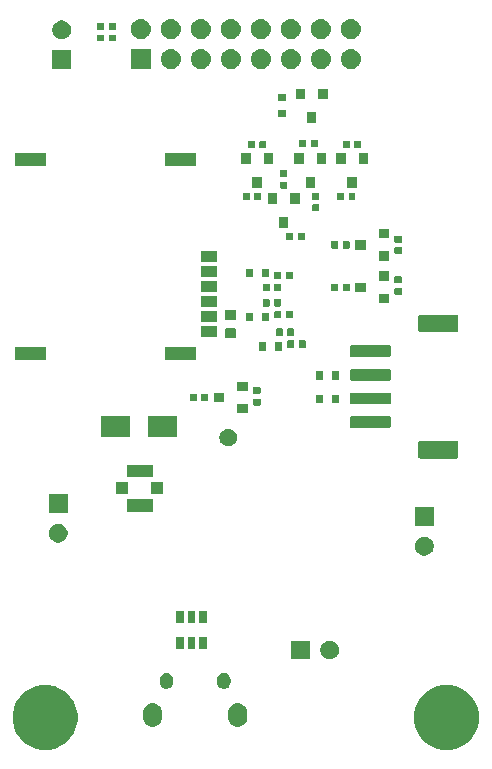
<source format=gbs>
G04 #@! TF.GenerationSoftware,KiCad,Pcbnew,(5.1.0-10-g6006703)*
G04 #@! TF.CreationDate,2019-04-13T18:37:01+08:00*
G04 #@! TF.ProjectId,cicada,63696361-6461-42e6-9b69-6361645f7063,0.1*
G04 #@! TF.SameCoordinates,PX7cee6c0PY3dfd240*
G04 #@! TF.FileFunction,Soldermask,Bot*
G04 #@! TF.FilePolarity,Negative*
%FSLAX46Y46*%
G04 Gerber Fmt 4.6, Leading zero omitted, Abs format (unit mm)*
G04 Created by KiCad (PCBNEW (5.1.0-10-g6006703)) date 2019-04-13 18:37:01*
%MOMM*%
%LPD*%
G04 APERTURE LIST*
%ADD10C,0.150000*%
G04 APERTURE END LIST*
D10*
G36*
X17802144Y-54355680D02*
G01*
X18302612Y-54562981D01*
X18753022Y-54863935D01*
X19136065Y-55246978D01*
X19437019Y-55697388D01*
X19644320Y-56197856D01*
X19750000Y-56729147D01*
X19750000Y-57270853D01*
X19644320Y-57802144D01*
X19437019Y-58302612D01*
X19136065Y-58753022D01*
X18753022Y-59136065D01*
X18302612Y-59437019D01*
X17802144Y-59644320D01*
X17270853Y-59750000D01*
X16729147Y-59750000D01*
X16197856Y-59644320D01*
X15697388Y-59437019D01*
X15246978Y-59136065D01*
X14863935Y-58753022D01*
X14562981Y-58302612D01*
X14355680Y-57802144D01*
X14250000Y-57270853D01*
X14250000Y-56729147D01*
X14355680Y-56197856D01*
X14562981Y-55697388D01*
X14863935Y-55246978D01*
X15246978Y-54863935D01*
X15697388Y-54562981D01*
X16197856Y-54355680D01*
X16729147Y-54250000D01*
X17270853Y-54250000D01*
X17802144Y-54355680D01*
X17802144Y-54355680D01*
G37*
G36*
X-16197856Y-54355680D02*
G01*
X-15697388Y-54562981D01*
X-15246978Y-54863935D01*
X-14863935Y-55246978D01*
X-14562981Y-55697388D01*
X-14355680Y-56197856D01*
X-14250000Y-56729147D01*
X-14250000Y-57270853D01*
X-14355680Y-57802144D01*
X-14562981Y-58302612D01*
X-14863935Y-58753022D01*
X-15246978Y-59136065D01*
X-15697388Y-59437019D01*
X-16197856Y-59644320D01*
X-16729147Y-59750000D01*
X-17270853Y-59750000D01*
X-17802144Y-59644320D01*
X-18302612Y-59437019D01*
X-18753022Y-59136065D01*
X-19136065Y-58753022D01*
X-19437019Y-58302612D01*
X-19644320Y-57802144D01*
X-19750000Y-57270853D01*
X-19750000Y-56729147D01*
X-19644320Y-56197856D01*
X-19437019Y-55697388D01*
X-19136065Y-55246978D01*
X-18753022Y-54863935D01*
X-18302612Y-54562981D01*
X-17802144Y-54355680D01*
X-17270853Y-54250000D01*
X-16729147Y-54250000D01*
X-16197856Y-54355680D01*
X-16197856Y-54355680D01*
G37*
G36*
X-540825Y-55811749D02*
G01*
X-540822Y-55811750D01*
X-540821Y-55811750D01*
X-387759Y-55858181D01*
X-387756Y-55858183D01*
X-387755Y-55858183D01*
X-246697Y-55933580D01*
X-123051Y-56035052D01*
X-21580Y-56158696D01*
X-649Y-56197855D01*
X53819Y-56299758D01*
X53819Y-56299759D01*
X100251Y-56452824D01*
X112000Y-56572115D01*
X112000Y-57027884D01*
X100251Y-57147176D01*
X100250Y-57147179D01*
X100250Y-57147180D01*
X53819Y-57300242D01*
X53817Y-57300245D01*
X53817Y-57300246D01*
X-21580Y-57441304D01*
X-123051Y-57564949D01*
X-246696Y-57666420D01*
X-387754Y-57741817D01*
X-387758Y-57741819D01*
X-540820Y-57788250D01*
X-540821Y-57788250D01*
X-540824Y-57788251D01*
X-700000Y-57803928D01*
X-859175Y-57788251D01*
X-859178Y-57788250D01*
X-859179Y-57788250D01*
X-1012241Y-57741819D01*
X-1012245Y-57741817D01*
X-1153303Y-57666420D01*
X-1276945Y-57564951D01*
X-1378422Y-57441301D01*
X-1453817Y-57300246D01*
X-1453817Y-57300245D01*
X-1453819Y-57300242D01*
X-1500250Y-57147180D01*
X-1500250Y-57147179D01*
X-1500251Y-57147176D01*
X-1512000Y-57027885D01*
X-1512000Y-56572116D01*
X-1500251Y-56452825D01*
X-1500250Y-56452821D01*
X-1453819Y-56299759D01*
X-1378419Y-56158696D01*
X-1378418Y-56158695D01*
X-1276948Y-56035051D01*
X-1153304Y-55933580D01*
X-1012246Y-55858183D01*
X-1012245Y-55858183D01*
X-1012242Y-55858181D01*
X-859180Y-55811750D01*
X-859179Y-55811750D01*
X-859176Y-55811749D01*
X-700000Y-55796072D01*
X-540825Y-55811749D01*
X-540825Y-55811749D01*
G37*
G36*
X-7740825Y-55811749D02*
G01*
X-7740822Y-55811750D01*
X-7740821Y-55811750D01*
X-7587759Y-55858181D01*
X-7587756Y-55858183D01*
X-7587755Y-55858183D01*
X-7446697Y-55933580D01*
X-7323051Y-56035052D01*
X-7221580Y-56158696D01*
X-7200649Y-56197855D01*
X-7146181Y-56299758D01*
X-7146181Y-56299759D01*
X-7099749Y-56452824D01*
X-7088000Y-56572115D01*
X-7088000Y-57027884D01*
X-7099749Y-57147176D01*
X-7099750Y-57147179D01*
X-7099750Y-57147180D01*
X-7146181Y-57300242D01*
X-7146183Y-57300245D01*
X-7146183Y-57300246D01*
X-7221580Y-57441304D01*
X-7323051Y-57564949D01*
X-7446696Y-57666420D01*
X-7587754Y-57741817D01*
X-7587758Y-57741819D01*
X-7740820Y-57788250D01*
X-7740821Y-57788250D01*
X-7740824Y-57788251D01*
X-7900000Y-57803928D01*
X-8059175Y-57788251D01*
X-8059178Y-57788250D01*
X-8059179Y-57788250D01*
X-8212241Y-57741819D01*
X-8212245Y-57741817D01*
X-8353303Y-57666420D01*
X-8476945Y-57564951D01*
X-8578422Y-57441301D01*
X-8653817Y-57300246D01*
X-8653817Y-57300245D01*
X-8653819Y-57300242D01*
X-8700250Y-57147180D01*
X-8700250Y-57147179D01*
X-8700251Y-57147176D01*
X-8712000Y-57027885D01*
X-8712000Y-56572116D01*
X-8700251Y-56452825D01*
X-8700250Y-56452821D01*
X-8653819Y-56299759D01*
X-8578419Y-56158696D01*
X-8578418Y-56158695D01*
X-8476948Y-56035051D01*
X-8353304Y-55933580D01*
X-8212246Y-55858183D01*
X-8212245Y-55858183D01*
X-8212242Y-55858181D01*
X-8059180Y-55811750D01*
X-8059179Y-55811750D01*
X-8059176Y-55811749D01*
X-7900000Y-55796072D01*
X-7740825Y-55811749D01*
X-7740825Y-55811749D01*
G37*
G36*
X-6622387Y-53232325D02*
G01*
X-6612280Y-53233320D01*
X-6558087Y-53249760D01*
X-6503893Y-53266199D01*
X-6404003Y-53319592D01*
X-6316446Y-53391446D01*
X-6244592Y-53479002D01*
X-6191199Y-53578892D01*
X-6158320Y-53687280D01*
X-6150000Y-53771754D01*
X-6150000Y-54028245D01*
X-6157131Y-54100651D01*
X-6158320Y-54112720D01*
X-6174760Y-54166913D01*
X-6191199Y-54221107D01*
X-6191200Y-54221108D01*
X-6244592Y-54320998D01*
X-6266917Y-54348201D01*
X-6316446Y-54408554D01*
X-6404002Y-54480408D01*
X-6503892Y-54533801D01*
X-6558086Y-54550241D01*
X-6612279Y-54566680D01*
X-6622386Y-54567675D01*
X-6725000Y-54577782D01*
X-6827613Y-54567675D01*
X-6837720Y-54566680D01*
X-6891913Y-54550241D01*
X-6946107Y-54533801D01*
X-7045997Y-54480408D01*
X-7133553Y-54408554D01*
X-7205407Y-54320998D01*
X-7258801Y-54221108D01*
X-7291680Y-54112720D01*
X-7300000Y-54028246D01*
X-7300000Y-53771755D01*
X-7291680Y-53687281D01*
X-7291679Y-53687279D01*
X-7258801Y-53578894D01*
X-7258801Y-53578893D01*
X-7205408Y-53479003D01*
X-7133554Y-53391446D01*
X-7045998Y-53319592D01*
X-6946108Y-53266199D01*
X-6891914Y-53249760D01*
X-6837721Y-53233320D01*
X-6827614Y-53232325D01*
X-6725000Y-53222218D01*
X-6622387Y-53232325D01*
X-6622387Y-53232325D01*
G37*
G36*
X-1772387Y-53232325D02*
G01*
X-1762280Y-53233320D01*
X-1708087Y-53249760D01*
X-1653893Y-53266199D01*
X-1554003Y-53319592D01*
X-1466446Y-53391446D01*
X-1394592Y-53479002D01*
X-1341199Y-53578892D01*
X-1308320Y-53687280D01*
X-1300000Y-53771754D01*
X-1300000Y-54028245D01*
X-1307131Y-54100651D01*
X-1308320Y-54112720D01*
X-1324760Y-54166913D01*
X-1341199Y-54221107D01*
X-1341200Y-54221108D01*
X-1394592Y-54320998D01*
X-1416917Y-54348201D01*
X-1466446Y-54408554D01*
X-1554002Y-54480408D01*
X-1653892Y-54533801D01*
X-1708086Y-54550241D01*
X-1762279Y-54566680D01*
X-1772386Y-54567675D01*
X-1875000Y-54577782D01*
X-1977613Y-54567675D01*
X-1987720Y-54566680D01*
X-2041913Y-54550241D01*
X-2096107Y-54533801D01*
X-2195997Y-54480408D01*
X-2283553Y-54408554D01*
X-2355407Y-54320998D01*
X-2408801Y-54221108D01*
X-2441680Y-54112720D01*
X-2450000Y-54028246D01*
X-2450000Y-53771755D01*
X-2441680Y-53687281D01*
X-2441679Y-53687279D01*
X-2408801Y-53578894D01*
X-2408801Y-53578893D01*
X-2355408Y-53479003D01*
X-2283554Y-53391446D01*
X-2195998Y-53319592D01*
X-2096108Y-53266199D01*
X-2041914Y-53249760D01*
X-1987721Y-53233320D01*
X-1977614Y-53232325D01*
X-1875000Y-53222218D01*
X-1772387Y-53232325D01*
X-1772387Y-53232325D01*
G37*
G36*
X5400000Y-52100000D02*
G01*
X3800000Y-52100000D01*
X3800000Y-50500000D01*
X5400000Y-50500000D01*
X5400000Y-52100000D01*
X5400000Y-52100000D01*
G37*
G36*
X7333351Y-50530743D02*
G01*
X7478941Y-50591048D01*
X7609970Y-50678599D01*
X7721401Y-50790030D01*
X7808952Y-50921059D01*
X7869257Y-51066649D01*
X7900000Y-51221206D01*
X7900000Y-51378794D01*
X7869257Y-51533351D01*
X7808952Y-51678941D01*
X7721401Y-51809970D01*
X7609970Y-51921401D01*
X7478941Y-52008952D01*
X7333351Y-52069257D01*
X7178794Y-52100000D01*
X7021206Y-52100000D01*
X6866649Y-52069257D01*
X6721059Y-52008952D01*
X6590030Y-51921401D01*
X6478599Y-51809970D01*
X6391048Y-51678941D01*
X6330743Y-51533351D01*
X6300000Y-51378794D01*
X6300000Y-51221206D01*
X6330743Y-51066649D01*
X6391048Y-50921059D01*
X6478599Y-50790030D01*
X6590030Y-50678599D01*
X6721059Y-50591048D01*
X6866649Y-50530743D01*
X7021206Y-50500000D01*
X7178794Y-50500000D01*
X7333351Y-50530743D01*
X7333351Y-50530743D01*
G37*
G36*
X-4275000Y-51230000D02*
G01*
X-4925000Y-51230000D01*
X-4925000Y-50170000D01*
X-4275000Y-50170000D01*
X-4275000Y-51230000D01*
X-4275000Y-51230000D01*
G37*
G36*
X-3325000Y-51230000D02*
G01*
X-3975000Y-51230000D01*
X-3975000Y-50170000D01*
X-3325000Y-50170000D01*
X-3325000Y-51230000D01*
X-3325000Y-51230000D01*
G37*
G36*
X-5225000Y-51230000D02*
G01*
X-5875000Y-51230000D01*
X-5875000Y-50170000D01*
X-5225000Y-50170000D01*
X-5225000Y-51230000D01*
X-5225000Y-51230000D01*
G37*
G36*
X-3325000Y-49030000D02*
G01*
X-3975000Y-49030000D01*
X-3975000Y-47970000D01*
X-3325000Y-47970000D01*
X-3325000Y-49030000D01*
X-3325000Y-49030000D01*
G37*
G36*
X-4275000Y-49030000D02*
G01*
X-4925000Y-49030000D01*
X-4925000Y-47970000D01*
X-4275000Y-47970000D01*
X-4275000Y-49030000D01*
X-4275000Y-49030000D01*
G37*
G36*
X-5225000Y-49030000D02*
G01*
X-5875000Y-49030000D01*
X-5875000Y-47970000D01*
X-5225000Y-47970000D01*
X-5225000Y-49030000D01*
X-5225000Y-49030000D01*
G37*
G36*
X15333351Y-41730743D02*
G01*
X15478941Y-41791048D01*
X15609970Y-41878599D01*
X15721401Y-41990030D01*
X15808952Y-42121059D01*
X15869257Y-42266649D01*
X15900000Y-42421206D01*
X15900000Y-42578794D01*
X15869257Y-42733351D01*
X15808952Y-42878941D01*
X15721401Y-43009970D01*
X15609970Y-43121401D01*
X15478941Y-43208952D01*
X15333351Y-43269257D01*
X15178794Y-43300000D01*
X15021206Y-43300000D01*
X14866649Y-43269257D01*
X14721059Y-43208952D01*
X14590030Y-43121401D01*
X14478599Y-43009970D01*
X14391048Y-42878941D01*
X14330743Y-42733351D01*
X14300000Y-42578794D01*
X14300000Y-42421206D01*
X14330743Y-42266649D01*
X14391048Y-42121059D01*
X14478599Y-41990030D01*
X14590030Y-41878599D01*
X14721059Y-41791048D01*
X14866649Y-41730743D01*
X15021206Y-41700000D01*
X15178794Y-41700000D01*
X15333351Y-41730743D01*
X15333351Y-41730743D01*
G37*
G36*
X-15666649Y-40630743D02*
G01*
X-15521059Y-40691048D01*
X-15390030Y-40778599D01*
X-15278599Y-40890030D01*
X-15191048Y-41021059D01*
X-15130743Y-41166649D01*
X-15100000Y-41321206D01*
X-15100000Y-41478794D01*
X-15130743Y-41633351D01*
X-15191048Y-41778941D01*
X-15278599Y-41909970D01*
X-15390030Y-42021401D01*
X-15521059Y-42108952D01*
X-15666649Y-42169257D01*
X-15821206Y-42200000D01*
X-15978794Y-42200000D01*
X-16133351Y-42169257D01*
X-16278941Y-42108952D01*
X-16409970Y-42021401D01*
X-16521401Y-41909970D01*
X-16608952Y-41778941D01*
X-16669257Y-41633351D01*
X-16700000Y-41478794D01*
X-16700000Y-41321206D01*
X-16669257Y-41166649D01*
X-16608952Y-41021059D01*
X-16521401Y-40890030D01*
X-16409970Y-40778599D01*
X-16278941Y-40691048D01*
X-16133351Y-40630743D01*
X-15978794Y-40600000D01*
X-15821206Y-40600000D01*
X-15666649Y-40630743D01*
X-15666649Y-40630743D01*
G37*
G36*
X15900000Y-40800000D02*
G01*
X14300000Y-40800000D01*
X14300000Y-39200000D01*
X15900000Y-39200000D01*
X15900000Y-40800000D01*
X15900000Y-40800000D01*
G37*
G36*
X-15100000Y-39700000D02*
G01*
X-16700000Y-39700000D01*
X-16700000Y-38100000D01*
X-15100000Y-38100000D01*
X-15100000Y-39700000D01*
X-15100000Y-39700000D01*
G37*
G36*
X-7900000Y-39600000D02*
G01*
X-10100000Y-39600000D01*
X-10100000Y-38550000D01*
X-7900000Y-38550000D01*
X-7900000Y-39600000D01*
X-7900000Y-39600000D01*
G37*
G36*
X-10000000Y-38100000D02*
G01*
X-11000000Y-38100000D01*
X-11000000Y-37100000D01*
X-10000000Y-37100000D01*
X-10000000Y-38100000D01*
X-10000000Y-38100000D01*
G37*
G36*
X-7000000Y-38100000D02*
G01*
X-8000000Y-38100000D01*
X-8000000Y-37100000D01*
X-7000000Y-37100000D01*
X-7000000Y-38100000D01*
X-7000000Y-38100000D01*
G37*
G36*
X-7900000Y-36650000D02*
G01*
X-10100000Y-36650000D01*
X-10100000Y-35600000D01*
X-7900000Y-35600000D01*
X-7900000Y-36650000D01*
X-7900000Y-36650000D01*
G37*
G36*
X17865731Y-33603795D02*
G01*
X17896879Y-33613244D01*
X17925593Y-33628592D01*
X17950757Y-33649243D01*
X17971408Y-33674407D01*
X17986756Y-33703121D01*
X17996205Y-33734269D01*
X18000000Y-33772806D01*
X18000000Y-34927194D01*
X17996205Y-34965731D01*
X17986756Y-34996879D01*
X17971408Y-35025593D01*
X17950757Y-35050757D01*
X17925593Y-35071408D01*
X17896879Y-35086756D01*
X17865731Y-35096205D01*
X17827194Y-35100000D01*
X14772806Y-35100000D01*
X14734269Y-35096205D01*
X14703121Y-35086756D01*
X14674407Y-35071408D01*
X14649243Y-35050757D01*
X14628592Y-35025593D01*
X14613244Y-34996879D01*
X14603795Y-34965731D01*
X14600000Y-34927194D01*
X14600000Y-33772806D01*
X14603795Y-33734269D01*
X14613244Y-33703121D01*
X14628592Y-33674407D01*
X14649243Y-33649243D01*
X14674407Y-33628592D01*
X14703121Y-33613244D01*
X14734269Y-33603795D01*
X14772806Y-33600000D01*
X17827194Y-33600000D01*
X17865731Y-33603795D01*
X17865731Y-33603795D01*
G37*
G36*
X-1281234Y-32578821D02*
G01*
X-1144743Y-32635358D01*
X-1021903Y-32717437D01*
X-917437Y-32821903D01*
X-835358Y-32944743D01*
X-778821Y-33081234D01*
X-750000Y-33226130D01*
X-750000Y-33373870D01*
X-778821Y-33518766D01*
X-835358Y-33655257D01*
X-917437Y-33778097D01*
X-1021903Y-33882563D01*
X-1144743Y-33964642D01*
X-1281234Y-34021179D01*
X-1426130Y-34050000D01*
X-1573870Y-34050000D01*
X-1718766Y-34021179D01*
X-1855257Y-33964642D01*
X-1978097Y-33882563D01*
X-2082563Y-33778097D01*
X-2164642Y-33655257D01*
X-2221179Y-33518766D01*
X-2250000Y-33373870D01*
X-2250000Y-33226130D01*
X-2221179Y-33081234D01*
X-2164642Y-32944743D01*
X-2082563Y-32821903D01*
X-1978097Y-32717437D01*
X-1855257Y-32635358D01*
X-1718766Y-32578821D01*
X-1573870Y-32550000D01*
X-1426130Y-32550000D01*
X-1281234Y-32578821D01*
X-1281234Y-32578821D01*
G37*
G36*
X-5800000Y-33250000D02*
G01*
X-8300000Y-33250000D01*
X-8300000Y-31450000D01*
X-5800000Y-31450000D01*
X-5800000Y-33250000D01*
X-5800000Y-33250000D01*
G37*
G36*
X-9800000Y-33250000D02*
G01*
X-12300000Y-33250000D01*
X-12300000Y-31450000D01*
X-9800000Y-31450000D01*
X-9800000Y-33250000D01*
X-9800000Y-33250000D01*
G37*
G36*
X12148963Y-31504196D02*
G01*
X12184021Y-31514831D01*
X12216332Y-31532102D01*
X12244655Y-31555345D01*
X12267898Y-31583668D01*
X12285169Y-31615979D01*
X12295804Y-31651037D01*
X12300000Y-31693641D01*
X12300000Y-32306359D01*
X12295804Y-32348963D01*
X12285169Y-32384021D01*
X12267898Y-32416332D01*
X12244655Y-32444655D01*
X12216332Y-32467898D01*
X12184021Y-32485169D01*
X12148963Y-32495804D01*
X12106359Y-32500000D01*
X8993641Y-32500000D01*
X8951037Y-32495804D01*
X8915979Y-32485169D01*
X8883668Y-32467898D01*
X8855345Y-32444655D01*
X8832102Y-32416332D01*
X8814831Y-32384021D01*
X8804196Y-32348963D01*
X8800000Y-32306359D01*
X8800000Y-31693641D01*
X8804196Y-31651037D01*
X8814831Y-31615979D01*
X8832102Y-31583668D01*
X8855345Y-31555345D01*
X8883668Y-31532102D01*
X8915979Y-31514831D01*
X8951037Y-31504196D01*
X8993641Y-31500000D01*
X12106359Y-31500000D01*
X12148963Y-31504196D01*
X12148963Y-31504196D01*
G37*
G36*
X175126Y-31272183D02*
G01*
X-724874Y-31272183D01*
X-724874Y-30472183D01*
X175126Y-30472183D01*
X175126Y-31272183D01*
X175126Y-31272183D01*
G37*
G36*
X1176589Y-30014409D02*
G01*
X1192425Y-30019213D01*
X1207012Y-30027010D01*
X1219803Y-30037506D01*
X1230299Y-30050297D01*
X1238096Y-30064884D01*
X1242900Y-30080720D01*
X1245126Y-30103323D01*
X1245126Y-30511043D01*
X1242900Y-30533646D01*
X1238096Y-30549482D01*
X1230299Y-30564069D01*
X1219803Y-30576860D01*
X1207012Y-30587356D01*
X1192425Y-30595153D01*
X1176589Y-30599957D01*
X1153986Y-30602183D01*
X696266Y-30602183D01*
X673663Y-30599957D01*
X657827Y-30595153D01*
X643240Y-30587356D01*
X630449Y-30576860D01*
X619953Y-30564069D01*
X612156Y-30549482D01*
X607352Y-30533646D01*
X605126Y-30511043D01*
X605126Y-30103323D01*
X607352Y-30080720D01*
X612156Y-30064884D01*
X619953Y-30050297D01*
X630449Y-30037506D01*
X643240Y-30027010D01*
X657827Y-30019213D01*
X673663Y-30014409D01*
X696266Y-30012183D01*
X1153986Y-30012183D01*
X1176589Y-30014409D01*
X1176589Y-30014409D01*
G37*
G36*
X12148963Y-29504196D02*
G01*
X12184021Y-29514831D01*
X12216332Y-29532102D01*
X12244655Y-29555345D01*
X12267898Y-29583668D01*
X12285169Y-29615979D01*
X12295804Y-29651037D01*
X12300000Y-29693641D01*
X12300000Y-30306359D01*
X12295804Y-30348963D01*
X12285169Y-30384021D01*
X12267898Y-30416332D01*
X12244655Y-30444655D01*
X12216332Y-30467898D01*
X12184021Y-30485169D01*
X12148963Y-30495804D01*
X12106359Y-30500000D01*
X8993641Y-30500000D01*
X8951037Y-30495804D01*
X8915979Y-30485169D01*
X8883668Y-30467898D01*
X8855345Y-30444655D01*
X8832102Y-30416332D01*
X8814831Y-30384021D01*
X8804196Y-30348963D01*
X8800000Y-30306359D01*
X8800000Y-29693641D01*
X8804196Y-29651037D01*
X8814831Y-29615979D01*
X8832102Y-29583668D01*
X8855345Y-29555345D01*
X8883668Y-29532102D01*
X8915979Y-29514831D01*
X8951037Y-29504196D01*
X8993641Y-29500000D01*
X12106359Y-29500000D01*
X12148963Y-29504196D01*
X12148963Y-29504196D01*
G37*
G36*
X6500000Y-30400000D02*
G01*
X5900000Y-30400000D01*
X5900000Y-29700000D01*
X6500000Y-29700000D01*
X6500000Y-30400000D01*
X6500000Y-30400000D01*
G37*
G36*
X7900000Y-30400000D02*
G01*
X7300000Y-30400000D01*
X7300000Y-29700000D01*
X7900000Y-29700000D01*
X7900000Y-30400000D01*
X7900000Y-30400000D01*
G37*
G36*
X-1824874Y-30322183D02*
G01*
X-2724874Y-30322183D01*
X-2724874Y-29522183D01*
X-1824874Y-29522183D01*
X-1824874Y-30322183D01*
X-1824874Y-30322183D01*
G37*
G36*
X-4233410Y-29604407D02*
G01*
X-4217574Y-29609211D01*
X-4202987Y-29617008D01*
X-4190196Y-29627504D01*
X-4179700Y-29640295D01*
X-4171903Y-29654882D01*
X-4167099Y-29670718D01*
X-4164873Y-29693321D01*
X-4164873Y-30151041D01*
X-4167099Y-30173644D01*
X-4171903Y-30189480D01*
X-4179700Y-30204067D01*
X-4190196Y-30216858D01*
X-4202987Y-30227354D01*
X-4217574Y-30235151D01*
X-4233410Y-30239955D01*
X-4256013Y-30242181D01*
X-4663733Y-30242181D01*
X-4686336Y-30239955D01*
X-4702172Y-30235151D01*
X-4716759Y-30227354D01*
X-4729550Y-30216858D01*
X-4740046Y-30204067D01*
X-4747843Y-30189480D01*
X-4752647Y-30173644D01*
X-4754873Y-30151041D01*
X-4754873Y-29693321D01*
X-4752647Y-29670718D01*
X-4747843Y-29654882D01*
X-4740046Y-29640295D01*
X-4729550Y-29627504D01*
X-4716759Y-29617008D01*
X-4702172Y-29609211D01*
X-4686336Y-29604407D01*
X-4663733Y-29602181D01*
X-4256013Y-29602181D01*
X-4233410Y-29604407D01*
X-4233410Y-29604407D01*
G37*
G36*
X-3263410Y-29604407D02*
G01*
X-3247574Y-29609211D01*
X-3232987Y-29617008D01*
X-3220196Y-29627504D01*
X-3209700Y-29640295D01*
X-3201903Y-29654882D01*
X-3197099Y-29670718D01*
X-3194873Y-29693321D01*
X-3194873Y-30151041D01*
X-3197099Y-30173644D01*
X-3201903Y-30189480D01*
X-3209700Y-30204067D01*
X-3220196Y-30216858D01*
X-3232987Y-30227354D01*
X-3247574Y-30235151D01*
X-3263410Y-30239955D01*
X-3286013Y-30242181D01*
X-3693733Y-30242181D01*
X-3716336Y-30239955D01*
X-3732172Y-30235151D01*
X-3746759Y-30227354D01*
X-3759550Y-30216858D01*
X-3770046Y-30204067D01*
X-3777843Y-30189480D01*
X-3782647Y-30173644D01*
X-3784873Y-30151041D01*
X-3784873Y-29693321D01*
X-3782647Y-29670718D01*
X-3777843Y-29654882D01*
X-3770046Y-29640295D01*
X-3759550Y-29627504D01*
X-3746759Y-29617008D01*
X-3732172Y-29609211D01*
X-3716336Y-29604407D01*
X-3693733Y-29602181D01*
X-3286013Y-29602181D01*
X-3263410Y-29604407D01*
X-3263410Y-29604407D01*
G37*
G36*
X1176589Y-29044409D02*
G01*
X1192425Y-29049213D01*
X1207012Y-29057010D01*
X1219803Y-29067506D01*
X1230299Y-29080297D01*
X1238096Y-29094884D01*
X1242900Y-29110720D01*
X1245126Y-29133323D01*
X1245126Y-29541043D01*
X1242900Y-29563646D01*
X1238096Y-29579482D01*
X1230299Y-29594069D01*
X1219803Y-29606860D01*
X1207012Y-29617356D01*
X1192425Y-29625153D01*
X1176589Y-29629957D01*
X1153986Y-29632183D01*
X696266Y-29632183D01*
X673663Y-29629957D01*
X657827Y-29625153D01*
X643240Y-29617356D01*
X630449Y-29606860D01*
X619953Y-29594069D01*
X612156Y-29579482D01*
X607352Y-29563646D01*
X605126Y-29541043D01*
X605126Y-29133323D01*
X607352Y-29110720D01*
X612156Y-29094884D01*
X619953Y-29080297D01*
X630449Y-29067506D01*
X643240Y-29057010D01*
X657827Y-29049213D01*
X673663Y-29044409D01*
X696266Y-29042183D01*
X1153986Y-29042183D01*
X1176589Y-29044409D01*
X1176589Y-29044409D01*
G37*
G36*
X175126Y-29372183D02*
G01*
X-724874Y-29372183D01*
X-724874Y-28572183D01*
X175126Y-28572183D01*
X175126Y-29372183D01*
X175126Y-29372183D01*
G37*
G36*
X12148963Y-27504196D02*
G01*
X12184021Y-27514831D01*
X12216332Y-27532102D01*
X12244655Y-27555345D01*
X12267898Y-27583668D01*
X12285169Y-27615979D01*
X12295804Y-27651037D01*
X12300000Y-27693641D01*
X12300000Y-28306359D01*
X12295804Y-28348963D01*
X12285169Y-28384021D01*
X12267898Y-28416332D01*
X12244655Y-28444655D01*
X12216332Y-28467898D01*
X12184021Y-28485169D01*
X12148963Y-28495804D01*
X12106359Y-28500000D01*
X8993641Y-28500000D01*
X8951037Y-28495804D01*
X8915979Y-28485169D01*
X8883668Y-28467898D01*
X8855345Y-28444655D01*
X8832102Y-28416332D01*
X8814831Y-28384021D01*
X8804196Y-28348963D01*
X8800000Y-28306359D01*
X8800000Y-27693641D01*
X8804196Y-27651037D01*
X8814831Y-27615979D01*
X8832102Y-27583668D01*
X8855345Y-27555345D01*
X8883668Y-27532102D01*
X8915979Y-27514831D01*
X8951037Y-27504196D01*
X8993641Y-27500000D01*
X12106359Y-27500000D01*
X12148963Y-27504196D01*
X12148963Y-27504196D01*
G37*
G36*
X7900000Y-28400000D02*
G01*
X7300000Y-28400000D01*
X7300000Y-27700000D01*
X7900000Y-27700000D01*
X7900000Y-28400000D01*
X7900000Y-28400000D01*
G37*
G36*
X6500000Y-28400000D02*
G01*
X5900000Y-28400000D01*
X5900000Y-27700000D01*
X6500000Y-27700000D01*
X6500000Y-28400000D01*
X6500000Y-28400000D01*
G37*
G36*
X-16905000Y-26750000D02*
G01*
X-19505000Y-26750000D01*
X-19505000Y-25650000D01*
X-16905000Y-25650000D01*
X-16905000Y-26750000D01*
X-16905000Y-26750000D01*
G37*
G36*
X-4225000Y-26750000D02*
G01*
X-6825000Y-26750000D01*
X-6825000Y-25650000D01*
X-4225000Y-25650000D01*
X-4225000Y-26750000D01*
X-4225000Y-26750000D01*
G37*
G36*
X12148963Y-25504196D02*
G01*
X12184021Y-25514831D01*
X12216332Y-25532102D01*
X12244655Y-25555345D01*
X12267898Y-25583668D01*
X12285169Y-25615979D01*
X12295804Y-25651037D01*
X12300000Y-25693641D01*
X12300000Y-26306359D01*
X12295804Y-26348963D01*
X12285169Y-26384021D01*
X12267898Y-26416332D01*
X12244655Y-26444655D01*
X12216332Y-26467898D01*
X12184021Y-26485169D01*
X12148963Y-26495804D01*
X12106359Y-26500000D01*
X8993641Y-26500000D01*
X8951037Y-26495804D01*
X8915979Y-26485169D01*
X8883668Y-26467898D01*
X8855345Y-26444655D01*
X8832102Y-26416332D01*
X8814831Y-26384021D01*
X8804196Y-26348963D01*
X8800000Y-26306359D01*
X8800000Y-25693641D01*
X8804196Y-25651037D01*
X8814831Y-25615979D01*
X8832102Y-25583668D01*
X8855345Y-25555345D01*
X8883668Y-25532102D01*
X8915979Y-25514831D01*
X8951037Y-25504196D01*
X8993641Y-25500000D01*
X12106359Y-25500000D01*
X12148963Y-25504196D01*
X12148963Y-25504196D01*
G37*
G36*
X3100000Y-25950000D02*
G01*
X2500000Y-25950000D01*
X2500000Y-25250000D01*
X3100000Y-25250000D01*
X3100000Y-25950000D01*
X3100000Y-25950000D01*
G37*
G36*
X1700000Y-25950000D02*
G01*
X1100000Y-25950000D01*
X1100000Y-25250000D01*
X1700000Y-25250000D01*
X1700000Y-25950000D01*
X1700000Y-25950000D01*
G37*
G36*
X4996463Y-25082226D02*
G01*
X5012299Y-25087030D01*
X5026886Y-25094827D01*
X5039677Y-25105323D01*
X5050173Y-25118114D01*
X5057970Y-25132701D01*
X5062774Y-25148537D01*
X5065000Y-25171140D01*
X5065000Y-25628860D01*
X5062774Y-25651463D01*
X5057970Y-25667299D01*
X5050173Y-25681886D01*
X5039677Y-25694677D01*
X5026886Y-25705173D01*
X5012299Y-25712970D01*
X4996463Y-25717774D01*
X4973860Y-25720000D01*
X4566140Y-25720000D01*
X4543537Y-25717774D01*
X4527701Y-25712970D01*
X4513114Y-25705173D01*
X4500323Y-25694677D01*
X4489827Y-25681886D01*
X4482030Y-25667299D01*
X4477226Y-25651463D01*
X4475000Y-25628860D01*
X4475000Y-25171140D01*
X4477226Y-25148537D01*
X4482030Y-25132701D01*
X4489827Y-25118114D01*
X4500323Y-25105323D01*
X4513114Y-25094827D01*
X4527701Y-25087030D01*
X4543537Y-25082226D01*
X4566140Y-25080000D01*
X4973860Y-25080000D01*
X4996463Y-25082226D01*
X4996463Y-25082226D01*
G37*
G36*
X4026463Y-25082226D02*
G01*
X4042299Y-25087030D01*
X4056886Y-25094827D01*
X4069677Y-25105323D01*
X4080173Y-25118114D01*
X4087970Y-25132701D01*
X4092774Y-25148537D01*
X4095000Y-25171140D01*
X4095000Y-25628860D01*
X4092774Y-25651463D01*
X4087970Y-25667299D01*
X4080173Y-25681886D01*
X4069677Y-25694677D01*
X4056886Y-25705173D01*
X4042299Y-25712970D01*
X4026463Y-25717774D01*
X4003860Y-25720000D01*
X3596140Y-25720000D01*
X3573537Y-25717774D01*
X3557701Y-25712970D01*
X3543114Y-25705173D01*
X3530323Y-25694677D01*
X3519827Y-25681886D01*
X3512030Y-25667299D01*
X3507226Y-25651463D01*
X3505000Y-25628860D01*
X3505000Y-25171140D01*
X3507226Y-25148537D01*
X3512030Y-25132701D01*
X3519827Y-25118114D01*
X3530323Y-25105323D01*
X3543114Y-25094827D01*
X3557701Y-25087030D01*
X3573537Y-25082226D01*
X3596140Y-25080000D01*
X4003860Y-25080000D01*
X4026463Y-25082226D01*
X4026463Y-25082226D01*
G37*
G36*
X-950884Y-24053595D02*
G01*
X-921689Y-24062452D01*
X-894777Y-24076837D01*
X-871192Y-24096192D01*
X-851837Y-24119777D01*
X-837452Y-24146689D01*
X-828595Y-24175884D01*
X-825000Y-24212390D01*
X-825000Y-24762610D01*
X-828595Y-24799116D01*
X-837452Y-24828311D01*
X-851837Y-24855223D01*
X-871192Y-24878808D01*
X-894777Y-24898163D01*
X-921689Y-24912548D01*
X-950884Y-24921405D01*
X-987390Y-24925000D01*
X-1612610Y-24925000D01*
X-1649116Y-24921405D01*
X-1678311Y-24912548D01*
X-1705223Y-24898163D01*
X-1728808Y-24878808D01*
X-1748163Y-24855223D01*
X-1762548Y-24828311D01*
X-1771405Y-24799116D01*
X-1775000Y-24762610D01*
X-1775000Y-24212390D01*
X-1771405Y-24175884D01*
X-1762548Y-24146689D01*
X-1748163Y-24119777D01*
X-1728808Y-24096192D01*
X-1705223Y-24076837D01*
X-1678311Y-24062452D01*
X-1649116Y-24053595D01*
X-1612610Y-24050000D01*
X-987390Y-24050000D01*
X-950884Y-24053595D01*
X-950884Y-24053595D01*
G37*
G36*
X-2425000Y-24800000D02*
G01*
X-3775000Y-24800000D01*
X-3775000Y-23900000D01*
X-2425000Y-23900000D01*
X-2425000Y-24800000D01*
X-2425000Y-24800000D01*
G37*
G36*
X3041463Y-24082226D02*
G01*
X3057299Y-24087030D01*
X3071886Y-24094827D01*
X3084677Y-24105323D01*
X3095173Y-24118114D01*
X3102970Y-24132701D01*
X3107774Y-24148537D01*
X3110000Y-24171140D01*
X3110000Y-24628860D01*
X3107774Y-24651463D01*
X3102970Y-24667299D01*
X3095173Y-24681886D01*
X3084677Y-24694677D01*
X3071886Y-24705173D01*
X3057299Y-24712970D01*
X3041463Y-24717774D01*
X3018860Y-24720000D01*
X2611140Y-24720000D01*
X2588537Y-24717774D01*
X2572701Y-24712970D01*
X2558114Y-24705173D01*
X2545323Y-24694677D01*
X2534827Y-24681886D01*
X2527030Y-24667299D01*
X2522226Y-24651463D01*
X2520000Y-24628860D01*
X2520000Y-24171140D01*
X2522226Y-24148537D01*
X2527030Y-24132701D01*
X2534827Y-24118114D01*
X2545323Y-24105323D01*
X2558114Y-24094827D01*
X2572701Y-24087030D01*
X2588537Y-24082226D01*
X2611140Y-24080000D01*
X3018860Y-24080000D01*
X3041463Y-24082226D01*
X3041463Y-24082226D01*
G37*
G36*
X4011463Y-24082226D02*
G01*
X4027299Y-24087030D01*
X4041886Y-24094827D01*
X4054677Y-24105323D01*
X4065173Y-24118114D01*
X4072970Y-24132701D01*
X4077774Y-24148537D01*
X4080000Y-24171140D01*
X4080000Y-24628860D01*
X4077774Y-24651463D01*
X4072970Y-24667299D01*
X4065173Y-24681886D01*
X4054677Y-24694677D01*
X4041886Y-24705173D01*
X4027299Y-24712970D01*
X4011463Y-24717774D01*
X3988860Y-24720000D01*
X3581140Y-24720000D01*
X3558537Y-24717774D01*
X3542701Y-24712970D01*
X3528114Y-24705173D01*
X3515323Y-24694677D01*
X3504827Y-24681886D01*
X3497030Y-24667299D01*
X3492226Y-24651463D01*
X3490000Y-24628860D01*
X3490000Y-24171140D01*
X3492226Y-24148537D01*
X3497030Y-24132701D01*
X3504827Y-24118114D01*
X3515323Y-24105323D01*
X3528114Y-24094827D01*
X3542701Y-24087030D01*
X3558537Y-24082226D01*
X3581140Y-24080000D01*
X3988860Y-24080000D01*
X4011463Y-24082226D01*
X4011463Y-24082226D01*
G37*
G36*
X17865731Y-22903795D02*
G01*
X17896879Y-22913244D01*
X17925593Y-22928592D01*
X17950757Y-22949243D01*
X17971408Y-22974407D01*
X17986756Y-23003121D01*
X17996205Y-23034269D01*
X18000000Y-23072806D01*
X18000000Y-24227194D01*
X17996205Y-24265731D01*
X17986756Y-24296879D01*
X17971408Y-24325593D01*
X17950757Y-24350757D01*
X17925593Y-24371408D01*
X17896879Y-24386756D01*
X17865731Y-24396205D01*
X17827194Y-24400000D01*
X14772806Y-24400000D01*
X14734269Y-24396205D01*
X14703121Y-24386756D01*
X14674407Y-24371408D01*
X14649243Y-24350757D01*
X14628592Y-24325593D01*
X14613244Y-24296879D01*
X14603795Y-24265731D01*
X14600000Y-24227194D01*
X14600000Y-23072806D01*
X14603795Y-23034269D01*
X14613244Y-23003121D01*
X14628592Y-22974407D01*
X14649243Y-22949243D01*
X14674407Y-22928592D01*
X14703121Y-22913244D01*
X14734269Y-22903795D01*
X14772806Y-22900000D01*
X17827194Y-22900000D01*
X17865731Y-22903795D01*
X17865731Y-22903795D01*
G37*
G36*
X-2425000Y-23530000D02*
G01*
X-3775000Y-23530000D01*
X-3775000Y-22630000D01*
X-2425000Y-22630000D01*
X-2425000Y-23530000D01*
X-2425000Y-23530000D01*
G37*
G36*
X600000Y-23450000D02*
G01*
X0Y-23450000D01*
X0Y-22750000D01*
X600000Y-22750000D01*
X600000Y-23450000D01*
X600000Y-23450000D01*
G37*
G36*
X2000000Y-23450000D02*
G01*
X1400000Y-23450000D01*
X1400000Y-22750000D01*
X2000000Y-22750000D01*
X2000000Y-23450000D01*
X2000000Y-23450000D01*
G37*
G36*
X-950884Y-22478595D02*
G01*
X-921689Y-22487452D01*
X-894777Y-22501837D01*
X-871192Y-22521192D01*
X-851837Y-22544777D01*
X-837452Y-22571689D01*
X-828595Y-22600884D01*
X-825000Y-22637390D01*
X-825000Y-23187610D01*
X-828595Y-23224116D01*
X-837452Y-23253311D01*
X-851837Y-23280223D01*
X-871192Y-23303808D01*
X-894777Y-23323163D01*
X-921689Y-23337548D01*
X-950884Y-23346405D01*
X-987390Y-23350000D01*
X-1612610Y-23350000D01*
X-1649116Y-23346405D01*
X-1678311Y-23337548D01*
X-1705223Y-23323163D01*
X-1728808Y-23303808D01*
X-1748163Y-23280223D01*
X-1762548Y-23253311D01*
X-1771405Y-23224116D01*
X-1775000Y-23187610D01*
X-1775000Y-22637390D01*
X-1771405Y-22600884D01*
X-1762548Y-22571689D01*
X-1748163Y-22544777D01*
X-1728808Y-22521192D01*
X-1705223Y-22501837D01*
X-1678311Y-22487452D01*
X-1649116Y-22478595D01*
X-1612610Y-22475000D01*
X-987390Y-22475000D01*
X-950884Y-22478595D01*
X-950884Y-22478595D01*
G37*
G36*
X3911463Y-22582226D02*
G01*
X3927299Y-22587030D01*
X3941886Y-22594827D01*
X3954677Y-22605323D01*
X3965173Y-22618114D01*
X3972970Y-22632701D01*
X3977774Y-22648537D01*
X3980000Y-22671140D01*
X3980000Y-23128860D01*
X3977774Y-23151463D01*
X3972970Y-23167299D01*
X3965173Y-23181886D01*
X3954677Y-23194677D01*
X3941886Y-23205173D01*
X3927299Y-23212970D01*
X3911463Y-23217774D01*
X3888860Y-23220000D01*
X3481140Y-23220000D01*
X3458537Y-23217774D01*
X3442701Y-23212970D01*
X3428114Y-23205173D01*
X3415323Y-23194677D01*
X3404827Y-23181886D01*
X3397030Y-23167299D01*
X3392226Y-23151463D01*
X3390000Y-23128860D01*
X3390000Y-22671140D01*
X3392226Y-22648537D01*
X3397030Y-22632701D01*
X3404827Y-22618114D01*
X3415323Y-22605323D01*
X3428114Y-22594827D01*
X3442701Y-22587030D01*
X3458537Y-22582226D01*
X3481140Y-22580000D01*
X3888860Y-22580000D01*
X3911463Y-22582226D01*
X3911463Y-22582226D01*
G37*
G36*
X2941463Y-22582226D02*
G01*
X2957299Y-22587030D01*
X2971886Y-22594827D01*
X2984677Y-22605323D01*
X2995173Y-22618114D01*
X3002970Y-22632701D01*
X3007774Y-22648537D01*
X3010000Y-22671140D01*
X3010000Y-23128860D01*
X3007774Y-23151463D01*
X3002970Y-23167299D01*
X2995173Y-23181886D01*
X2984677Y-23194677D01*
X2971886Y-23205173D01*
X2957299Y-23212970D01*
X2941463Y-23217774D01*
X2918860Y-23220000D01*
X2511140Y-23220000D01*
X2488537Y-23217774D01*
X2472701Y-23212970D01*
X2458114Y-23205173D01*
X2445323Y-23194677D01*
X2434827Y-23181886D01*
X2427030Y-23167299D01*
X2422226Y-23151463D01*
X2420000Y-23128860D01*
X2420000Y-22671140D01*
X2422226Y-22648537D01*
X2427030Y-22632701D01*
X2434827Y-22618114D01*
X2445323Y-22605323D01*
X2458114Y-22594827D01*
X2472701Y-22587030D01*
X2488537Y-22582226D01*
X2511140Y-22580000D01*
X2918860Y-22580000D01*
X2941463Y-22582226D01*
X2941463Y-22582226D01*
G37*
G36*
X-2425000Y-22260000D02*
G01*
X-3775000Y-22260000D01*
X-3775000Y-21360000D01*
X-2425000Y-21360000D01*
X-2425000Y-22260000D01*
X-2425000Y-22260000D01*
G37*
G36*
X2911463Y-21582226D02*
G01*
X2927299Y-21587030D01*
X2941886Y-21594827D01*
X2954677Y-21605323D01*
X2965173Y-21618114D01*
X2972970Y-21632701D01*
X2977774Y-21648537D01*
X2980000Y-21671140D01*
X2980000Y-22128860D01*
X2977774Y-22151463D01*
X2972970Y-22167299D01*
X2965173Y-22181886D01*
X2954677Y-22194677D01*
X2941886Y-22205173D01*
X2927299Y-22212970D01*
X2911463Y-22217774D01*
X2888860Y-22220000D01*
X2481140Y-22220000D01*
X2458537Y-22217774D01*
X2442701Y-22212970D01*
X2428114Y-22205173D01*
X2415323Y-22194677D01*
X2404827Y-22181886D01*
X2397030Y-22167299D01*
X2392226Y-22151463D01*
X2390000Y-22128860D01*
X2390000Y-21671140D01*
X2392226Y-21648537D01*
X2397030Y-21632701D01*
X2404827Y-21618114D01*
X2415323Y-21605323D01*
X2428114Y-21594827D01*
X2442701Y-21587030D01*
X2458537Y-21582226D01*
X2481140Y-21580000D01*
X2888860Y-21580000D01*
X2911463Y-21582226D01*
X2911463Y-21582226D01*
G37*
G36*
X1941463Y-21582226D02*
G01*
X1957299Y-21587030D01*
X1971886Y-21594827D01*
X1984677Y-21605323D01*
X1995173Y-21618114D01*
X2002970Y-21632701D01*
X2007774Y-21648537D01*
X2010000Y-21671140D01*
X2010000Y-22128860D01*
X2007774Y-22151463D01*
X2002970Y-22167299D01*
X1995173Y-22181886D01*
X1984677Y-22194677D01*
X1971886Y-22205173D01*
X1957299Y-22212970D01*
X1941463Y-22217774D01*
X1918860Y-22220000D01*
X1511140Y-22220000D01*
X1488537Y-22217774D01*
X1472701Y-22212970D01*
X1458114Y-22205173D01*
X1445323Y-22194677D01*
X1434827Y-22181886D01*
X1427030Y-22167299D01*
X1422226Y-22151463D01*
X1420000Y-22128860D01*
X1420000Y-21671140D01*
X1422226Y-21648537D01*
X1427030Y-21632701D01*
X1434827Y-21618114D01*
X1445323Y-21605323D01*
X1458114Y-21594827D01*
X1472701Y-21587030D01*
X1488537Y-21582226D01*
X1511140Y-21580000D01*
X1918860Y-21580000D01*
X1941463Y-21582226D01*
X1941463Y-21582226D01*
G37*
G36*
X12150000Y-21950000D02*
G01*
X11250000Y-21950000D01*
X11250000Y-21150000D01*
X12150000Y-21150000D01*
X12150000Y-21950000D01*
X12150000Y-21950000D01*
G37*
G36*
X13151463Y-20635729D02*
G01*
X13167299Y-20640533D01*
X13181886Y-20648330D01*
X13194677Y-20658826D01*
X13205173Y-20671617D01*
X13212970Y-20686204D01*
X13217774Y-20702040D01*
X13220000Y-20724643D01*
X13220000Y-21132363D01*
X13217774Y-21154966D01*
X13212970Y-21170802D01*
X13205173Y-21185389D01*
X13194677Y-21198180D01*
X13181886Y-21208676D01*
X13167299Y-21216473D01*
X13151463Y-21221277D01*
X13128860Y-21223503D01*
X12671140Y-21223503D01*
X12648537Y-21221277D01*
X12632701Y-21216473D01*
X12618114Y-21208676D01*
X12605323Y-21198180D01*
X12594827Y-21185389D01*
X12587030Y-21170802D01*
X12582226Y-21154966D01*
X12580000Y-21132363D01*
X12580000Y-20724643D01*
X12582226Y-20702040D01*
X12587030Y-20686204D01*
X12594827Y-20671617D01*
X12605323Y-20658826D01*
X12618114Y-20648330D01*
X12632701Y-20640533D01*
X12648537Y-20635729D01*
X12671140Y-20633503D01*
X13128860Y-20633503D01*
X13151463Y-20635729D01*
X13151463Y-20635729D01*
G37*
G36*
X10150000Y-21000000D02*
G01*
X9250000Y-21000000D01*
X9250000Y-20200000D01*
X10150000Y-20200000D01*
X10150000Y-21000000D01*
X10150000Y-21000000D01*
G37*
G36*
X-2425000Y-20990000D02*
G01*
X-3775000Y-20990000D01*
X-3775000Y-20090000D01*
X-2425000Y-20090000D01*
X-2425000Y-20990000D01*
X-2425000Y-20990000D01*
G37*
G36*
X8711463Y-20282226D02*
G01*
X8727299Y-20287030D01*
X8741886Y-20294827D01*
X8754677Y-20305323D01*
X8765173Y-20318114D01*
X8772970Y-20332701D01*
X8777774Y-20348537D01*
X8780000Y-20371140D01*
X8780000Y-20828860D01*
X8777774Y-20851463D01*
X8772970Y-20867299D01*
X8765173Y-20881886D01*
X8754677Y-20894677D01*
X8741886Y-20905173D01*
X8727299Y-20912970D01*
X8711463Y-20917774D01*
X8688860Y-20920000D01*
X8281140Y-20920000D01*
X8258537Y-20917774D01*
X8242701Y-20912970D01*
X8228114Y-20905173D01*
X8215323Y-20894677D01*
X8204827Y-20881886D01*
X8197030Y-20867299D01*
X8192226Y-20851463D01*
X8190000Y-20828860D01*
X8190000Y-20371140D01*
X8192226Y-20348537D01*
X8197030Y-20332701D01*
X8204827Y-20318114D01*
X8215323Y-20305323D01*
X8228114Y-20294827D01*
X8242701Y-20287030D01*
X8258537Y-20282226D01*
X8281140Y-20280000D01*
X8688860Y-20280000D01*
X8711463Y-20282226D01*
X8711463Y-20282226D01*
G37*
G36*
X7741463Y-20282226D02*
G01*
X7757299Y-20287030D01*
X7771886Y-20294827D01*
X7784677Y-20305323D01*
X7795173Y-20318114D01*
X7802970Y-20332701D01*
X7807774Y-20348537D01*
X7810000Y-20371140D01*
X7810000Y-20828860D01*
X7807774Y-20851463D01*
X7802970Y-20867299D01*
X7795173Y-20881886D01*
X7784677Y-20894677D01*
X7771886Y-20905173D01*
X7757299Y-20912970D01*
X7741463Y-20917774D01*
X7718860Y-20920000D01*
X7311140Y-20920000D01*
X7288537Y-20917774D01*
X7272701Y-20912970D01*
X7258114Y-20905173D01*
X7245323Y-20894677D01*
X7234827Y-20881886D01*
X7227030Y-20867299D01*
X7222226Y-20851463D01*
X7220000Y-20828860D01*
X7220000Y-20371140D01*
X7222226Y-20348537D01*
X7227030Y-20332701D01*
X7234827Y-20318114D01*
X7245323Y-20305323D01*
X7258114Y-20294827D01*
X7272701Y-20287030D01*
X7288537Y-20282226D01*
X7311140Y-20280000D01*
X7718860Y-20280000D01*
X7741463Y-20282226D01*
X7741463Y-20282226D01*
G37*
G36*
X2911463Y-20282226D02*
G01*
X2927299Y-20287030D01*
X2941886Y-20294827D01*
X2954677Y-20305323D01*
X2965173Y-20318114D01*
X2972970Y-20332701D01*
X2977774Y-20348537D01*
X2980000Y-20371140D01*
X2980000Y-20828860D01*
X2977774Y-20851463D01*
X2972970Y-20867299D01*
X2965173Y-20881886D01*
X2954677Y-20894677D01*
X2941886Y-20905173D01*
X2927299Y-20912970D01*
X2911463Y-20917774D01*
X2888860Y-20920000D01*
X2481140Y-20920000D01*
X2458537Y-20917774D01*
X2442701Y-20912970D01*
X2428114Y-20905173D01*
X2415323Y-20894677D01*
X2404827Y-20881886D01*
X2397030Y-20867299D01*
X2392226Y-20851463D01*
X2390000Y-20828860D01*
X2390000Y-20371140D01*
X2392226Y-20348537D01*
X2397030Y-20332701D01*
X2404827Y-20318114D01*
X2415323Y-20305323D01*
X2428114Y-20294827D01*
X2442701Y-20287030D01*
X2458537Y-20282226D01*
X2481140Y-20280000D01*
X2888860Y-20280000D01*
X2911463Y-20282226D01*
X2911463Y-20282226D01*
G37*
G36*
X1941463Y-20282226D02*
G01*
X1957299Y-20287030D01*
X1971886Y-20294827D01*
X1984677Y-20305323D01*
X1995173Y-20318114D01*
X2002970Y-20332701D01*
X2007774Y-20348537D01*
X2010000Y-20371140D01*
X2010000Y-20828860D01*
X2007774Y-20851463D01*
X2002970Y-20867299D01*
X1995173Y-20881886D01*
X1984677Y-20894677D01*
X1971886Y-20905173D01*
X1957299Y-20912970D01*
X1941463Y-20917774D01*
X1918860Y-20920000D01*
X1511140Y-20920000D01*
X1488537Y-20917774D01*
X1472701Y-20912970D01*
X1458114Y-20905173D01*
X1445323Y-20894677D01*
X1434827Y-20881886D01*
X1427030Y-20867299D01*
X1422226Y-20851463D01*
X1420000Y-20828860D01*
X1420000Y-20371140D01*
X1422226Y-20348537D01*
X1427030Y-20332701D01*
X1434827Y-20318114D01*
X1445323Y-20305323D01*
X1458114Y-20294827D01*
X1472701Y-20287030D01*
X1488537Y-20282226D01*
X1511140Y-20280000D01*
X1918860Y-20280000D01*
X1941463Y-20282226D01*
X1941463Y-20282226D01*
G37*
G36*
X13151463Y-19665729D02*
G01*
X13167299Y-19670533D01*
X13181886Y-19678330D01*
X13194677Y-19688826D01*
X13205173Y-19701617D01*
X13212970Y-19716204D01*
X13217774Y-19732040D01*
X13220000Y-19754643D01*
X13220000Y-20162363D01*
X13217774Y-20184966D01*
X13212970Y-20200802D01*
X13205173Y-20215389D01*
X13194677Y-20228180D01*
X13181886Y-20238676D01*
X13167299Y-20246473D01*
X13151463Y-20251277D01*
X13128860Y-20253503D01*
X12671140Y-20253503D01*
X12648537Y-20251277D01*
X12632701Y-20246473D01*
X12618114Y-20238676D01*
X12605323Y-20228180D01*
X12594827Y-20215389D01*
X12587030Y-20200802D01*
X12582226Y-20184966D01*
X12580000Y-20162363D01*
X12580000Y-19754643D01*
X12582226Y-19732040D01*
X12587030Y-19716204D01*
X12594827Y-19701617D01*
X12605323Y-19688826D01*
X12618114Y-19678330D01*
X12632701Y-19670533D01*
X12648537Y-19665729D01*
X12671140Y-19663503D01*
X13128860Y-19663503D01*
X13151463Y-19665729D01*
X13151463Y-19665729D01*
G37*
G36*
X12150000Y-20050000D02*
G01*
X11250000Y-20050000D01*
X11250000Y-19250000D01*
X12150000Y-19250000D01*
X12150000Y-20050000D01*
X12150000Y-20050000D01*
G37*
G36*
X3896463Y-19282226D02*
G01*
X3912299Y-19287030D01*
X3926886Y-19294827D01*
X3939677Y-19305323D01*
X3950173Y-19318114D01*
X3957970Y-19332701D01*
X3962774Y-19348537D01*
X3965000Y-19371140D01*
X3965000Y-19828860D01*
X3962774Y-19851463D01*
X3957970Y-19867299D01*
X3950173Y-19881886D01*
X3939677Y-19894677D01*
X3926886Y-19905173D01*
X3912299Y-19912970D01*
X3896463Y-19917774D01*
X3873860Y-19920000D01*
X3466140Y-19920000D01*
X3443537Y-19917774D01*
X3427701Y-19912970D01*
X3413114Y-19905173D01*
X3400323Y-19894677D01*
X3389827Y-19881886D01*
X3382030Y-19867299D01*
X3377226Y-19851463D01*
X3375000Y-19828860D01*
X3375000Y-19371140D01*
X3377226Y-19348537D01*
X3382030Y-19332701D01*
X3389827Y-19318114D01*
X3400323Y-19305323D01*
X3413114Y-19294827D01*
X3427701Y-19287030D01*
X3443537Y-19282226D01*
X3466140Y-19280000D01*
X3873860Y-19280000D01*
X3896463Y-19282226D01*
X3896463Y-19282226D01*
G37*
G36*
X2926463Y-19282226D02*
G01*
X2942299Y-19287030D01*
X2956886Y-19294827D01*
X2969677Y-19305323D01*
X2980173Y-19318114D01*
X2987970Y-19332701D01*
X2992774Y-19348537D01*
X2995000Y-19371140D01*
X2995000Y-19828860D01*
X2992774Y-19851463D01*
X2987970Y-19867299D01*
X2980173Y-19881886D01*
X2969677Y-19894677D01*
X2956886Y-19905173D01*
X2942299Y-19912970D01*
X2926463Y-19917774D01*
X2903860Y-19920000D01*
X2496140Y-19920000D01*
X2473537Y-19917774D01*
X2457701Y-19912970D01*
X2443114Y-19905173D01*
X2430323Y-19894677D01*
X2419827Y-19881886D01*
X2412030Y-19867299D01*
X2407226Y-19851463D01*
X2405000Y-19828860D01*
X2405000Y-19371140D01*
X2407226Y-19348537D01*
X2412030Y-19332701D01*
X2419827Y-19318114D01*
X2430323Y-19305323D01*
X2443114Y-19294827D01*
X2457701Y-19287030D01*
X2473537Y-19282226D01*
X2496140Y-19280000D01*
X2903860Y-19280000D01*
X2926463Y-19282226D01*
X2926463Y-19282226D01*
G37*
G36*
X600000Y-19750000D02*
G01*
X0Y-19750000D01*
X0Y-19050000D01*
X600000Y-19050000D01*
X600000Y-19750000D01*
X600000Y-19750000D01*
G37*
G36*
X2000000Y-19750000D02*
G01*
X1400000Y-19750000D01*
X1400000Y-19050000D01*
X2000000Y-19050000D01*
X2000000Y-19750000D01*
X2000000Y-19750000D01*
G37*
G36*
X-2425000Y-19720000D02*
G01*
X-3775000Y-19720000D01*
X-3775000Y-18820000D01*
X-2425000Y-18820000D01*
X-2425000Y-19720000D01*
X-2425000Y-19720000D01*
G37*
G36*
X-2425000Y-18450000D02*
G01*
X-3775000Y-18450000D01*
X-3775000Y-17550000D01*
X-2425000Y-17550000D01*
X-2425000Y-18450000D01*
X-2425000Y-18450000D01*
G37*
G36*
X12150000Y-18350000D02*
G01*
X11250000Y-18350000D01*
X11250000Y-17550000D01*
X12150000Y-17550000D01*
X12150000Y-18350000D01*
X12150000Y-18350000D01*
G37*
G36*
X13151463Y-17192226D02*
G01*
X13167299Y-17197030D01*
X13181886Y-17204827D01*
X13194677Y-17215323D01*
X13205173Y-17228114D01*
X13212970Y-17242701D01*
X13217774Y-17258537D01*
X13220000Y-17281140D01*
X13220000Y-17688860D01*
X13217774Y-17711463D01*
X13212970Y-17727299D01*
X13205173Y-17741886D01*
X13194677Y-17754677D01*
X13181886Y-17765173D01*
X13167299Y-17772970D01*
X13151463Y-17777774D01*
X13128860Y-17780000D01*
X12671140Y-17780000D01*
X12648537Y-17777774D01*
X12632701Y-17772970D01*
X12618114Y-17765173D01*
X12605323Y-17754677D01*
X12594827Y-17741886D01*
X12587030Y-17727299D01*
X12582226Y-17711463D01*
X12580000Y-17688860D01*
X12580000Y-17281140D01*
X12582226Y-17258537D01*
X12587030Y-17242701D01*
X12594827Y-17228114D01*
X12605323Y-17215323D01*
X12618114Y-17204827D01*
X12632701Y-17197030D01*
X12648537Y-17192226D01*
X12671140Y-17190000D01*
X13128860Y-17190000D01*
X13151463Y-17192226D01*
X13151463Y-17192226D01*
G37*
G36*
X10150000Y-17400000D02*
G01*
X9250000Y-17400000D01*
X9250000Y-16600000D01*
X10150000Y-16600000D01*
X10150000Y-17400000D01*
X10150000Y-17400000D01*
G37*
G36*
X8711463Y-16682226D02*
G01*
X8727299Y-16687030D01*
X8741886Y-16694827D01*
X8754677Y-16705323D01*
X8765173Y-16718114D01*
X8772970Y-16732701D01*
X8777774Y-16748537D01*
X8780000Y-16771140D01*
X8780000Y-17228860D01*
X8777774Y-17251463D01*
X8772970Y-17267299D01*
X8765173Y-17281886D01*
X8754677Y-17294677D01*
X8741886Y-17305173D01*
X8727299Y-17312970D01*
X8711463Y-17317774D01*
X8688860Y-17320000D01*
X8281140Y-17320000D01*
X8258537Y-17317774D01*
X8242701Y-17312970D01*
X8228114Y-17305173D01*
X8215323Y-17294677D01*
X8204827Y-17281886D01*
X8197030Y-17267299D01*
X8192226Y-17251463D01*
X8190000Y-17228860D01*
X8190000Y-16771140D01*
X8192226Y-16748537D01*
X8197030Y-16732701D01*
X8204827Y-16718114D01*
X8215323Y-16705323D01*
X8228114Y-16694827D01*
X8242701Y-16687030D01*
X8258537Y-16682226D01*
X8281140Y-16680000D01*
X8688860Y-16680000D01*
X8711463Y-16682226D01*
X8711463Y-16682226D01*
G37*
G36*
X7741463Y-16682226D02*
G01*
X7757299Y-16687030D01*
X7771886Y-16694827D01*
X7784677Y-16705323D01*
X7795173Y-16718114D01*
X7802970Y-16732701D01*
X7807774Y-16748537D01*
X7810000Y-16771140D01*
X7810000Y-17228860D01*
X7807774Y-17251463D01*
X7802970Y-17267299D01*
X7795173Y-17281886D01*
X7784677Y-17294677D01*
X7771886Y-17305173D01*
X7757299Y-17312970D01*
X7741463Y-17317774D01*
X7718860Y-17320000D01*
X7311140Y-17320000D01*
X7288537Y-17317774D01*
X7272701Y-17312970D01*
X7258114Y-17305173D01*
X7245323Y-17294677D01*
X7234827Y-17281886D01*
X7227030Y-17267299D01*
X7222226Y-17251463D01*
X7220000Y-17228860D01*
X7220000Y-16771140D01*
X7222226Y-16748537D01*
X7227030Y-16732701D01*
X7234827Y-16718114D01*
X7245323Y-16705323D01*
X7258114Y-16694827D01*
X7272701Y-16687030D01*
X7288537Y-16682226D01*
X7311140Y-16680000D01*
X7718860Y-16680000D01*
X7741463Y-16682226D01*
X7741463Y-16682226D01*
G37*
G36*
X13151463Y-16222226D02*
G01*
X13167299Y-16227030D01*
X13181886Y-16234827D01*
X13194677Y-16245323D01*
X13205173Y-16258114D01*
X13212970Y-16272701D01*
X13217774Y-16288537D01*
X13220000Y-16311140D01*
X13220000Y-16718860D01*
X13217774Y-16741463D01*
X13212970Y-16757299D01*
X13205173Y-16771886D01*
X13194677Y-16784677D01*
X13181886Y-16795173D01*
X13167299Y-16802970D01*
X13151463Y-16807774D01*
X13128860Y-16810000D01*
X12671140Y-16810000D01*
X12648537Y-16807774D01*
X12632701Y-16802970D01*
X12618114Y-16795173D01*
X12605323Y-16784677D01*
X12594827Y-16771886D01*
X12587030Y-16757299D01*
X12582226Y-16741463D01*
X12580000Y-16718860D01*
X12580000Y-16311140D01*
X12582226Y-16288537D01*
X12587030Y-16272701D01*
X12594827Y-16258114D01*
X12605323Y-16245323D01*
X12618114Y-16234827D01*
X12632701Y-16227030D01*
X12648537Y-16222226D01*
X12671140Y-16220000D01*
X13128860Y-16220000D01*
X13151463Y-16222226D01*
X13151463Y-16222226D01*
G37*
G36*
X3941463Y-15982226D02*
G01*
X3957299Y-15987030D01*
X3971886Y-15994827D01*
X3984677Y-16005323D01*
X3995173Y-16018114D01*
X4002970Y-16032701D01*
X4007774Y-16048537D01*
X4010000Y-16071140D01*
X4010000Y-16528860D01*
X4007774Y-16551463D01*
X4002970Y-16567299D01*
X3995173Y-16581886D01*
X3984677Y-16594677D01*
X3971886Y-16605173D01*
X3957299Y-16612970D01*
X3941463Y-16617774D01*
X3918860Y-16620000D01*
X3511140Y-16620000D01*
X3488537Y-16617774D01*
X3472701Y-16612970D01*
X3458114Y-16605173D01*
X3445323Y-16594677D01*
X3434827Y-16581886D01*
X3427030Y-16567299D01*
X3422226Y-16551463D01*
X3420000Y-16528860D01*
X3420000Y-16071140D01*
X3422226Y-16048537D01*
X3427030Y-16032701D01*
X3434827Y-16018114D01*
X3445323Y-16005323D01*
X3458114Y-15994827D01*
X3472701Y-15987030D01*
X3488537Y-15982226D01*
X3511140Y-15980000D01*
X3918860Y-15980000D01*
X3941463Y-15982226D01*
X3941463Y-15982226D01*
G37*
G36*
X4911463Y-15982226D02*
G01*
X4927299Y-15987030D01*
X4941886Y-15994827D01*
X4954677Y-16005323D01*
X4965173Y-16018114D01*
X4972970Y-16032701D01*
X4977774Y-16048537D01*
X4980000Y-16071140D01*
X4980000Y-16528860D01*
X4977774Y-16551463D01*
X4972970Y-16567299D01*
X4965173Y-16581886D01*
X4954677Y-16594677D01*
X4941886Y-16605173D01*
X4927299Y-16612970D01*
X4911463Y-16617774D01*
X4888860Y-16620000D01*
X4481140Y-16620000D01*
X4458537Y-16617774D01*
X4442701Y-16612970D01*
X4428114Y-16605173D01*
X4415323Y-16594677D01*
X4404827Y-16581886D01*
X4397030Y-16567299D01*
X4392226Y-16551463D01*
X4390000Y-16528860D01*
X4390000Y-16071140D01*
X4392226Y-16048537D01*
X4397030Y-16032701D01*
X4404827Y-16018114D01*
X4415323Y-16005323D01*
X4428114Y-15994827D01*
X4442701Y-15987030D01*
X4458537Y-15982226D01*
X4481140Y-15980000D01*
X4888860Y-15980000D01*
X4911463Y-15982226D01*
X4911463Y-15982226D01*
G37*
G36*
X12150000Y-16450000D02*
G01*
X11250000Y-16450000D01*
X11250000Y-15650000D01*
X12150000Y-15650000D01*
X12150000Y-16450000D01*
X12150000Y-16450000D01*
G37*
G36*
X3600000Y-15550000D02*
G01*
X2800000Y-15550000D01*
X2800000Y-14650000D01*
X3600000Y-14650000D01*
X3600000Y-15550000D01*
X3600000Y-15550000D01*
G37*
G36*
X6151463Y-13577226D02*
G01*
X6167299Y-13582030D01*
X6181886Y-13589827D01*
X6194677Y-13600323D01*
X6205173Y-13613114D01*
X6212970Y-13627701D01*
X6217774Y-13643537D01*
X6220000Y-13666140D01*
X6220000Y-14073860D01*
X6217774Y-14096463D01*
X6212970Y-14112299D01*
X6205173Y-14126886D01*
X6194677Y-14139677D01*
X6181886Y-14150173D01*
X6167299Y-14157970D01*
X6151463Y-14162774D01*
X6128860Y-14165000D01*
X5671140Y-14165000D01*
X5648537Y-14162774D01*
X5632701Y-14157970D01*
X5618114Y-14150173D01*
X5605323Y-14139677D01*
X5594827Y-14126886D01*
X5587030Y-14112299D01*
X5582226Y-14096463D01*
X5580000Y-14073860D01*
X5580000Y-13666140D01*
X5582226Y-13643537D01*
X5587030Y-13627701D01*
X5594827Y-13613114D01*
X5605323Y-13600323D01*
X5618114Y-13589827D01*
X5632701Y-13582030D01*
X5648537Y-13577226D01*
X5671140Y-13575000D01*
X6128860Y-13575000D01*
X6151463Y-13577226D01*
X6151463Y-13577226D01*
G37*
G36*
X4550000Y-13550000D02*
G01*
X3750000Y-13550000D01*
X3750000Y-12650000D01*
X4550000Y-12650000D01*
X4550000Y-13550000D01*
X4550000Y-13550000D01*
G37*
G36*
X2650000Y-13550000D02*
G01*
X1850000Y-13550000D01*
X1850000Y-12650000D01*
X2650000Y-12650000D01*
X2650000Y-13550000D01*
X2650000Y-13550000D01*
G37*
G36*
X256463Y-12582226D02*
G01*
X272299Y-12587030D01*
X286886Y-12594827D01*
X299677Y-12605323D01*
X310173Y-12618114D01*
X317970Y-12632701D01*
X322774Y-12648537D01*
X325000Y-12671140D01*
X325000Y-13128860D01*
X322774Y-13151463D01*
X317970Y-13167299D01*
X310173Y-13181886D01*
X299677Y-13194677D01*
X286886Y-13205173D01*
X272299Y-13212970D01*
X256463Y-13217774D01*
X233860Y-13220000D01*
X-173860Y-13220000D01*
X-196463Y-13217774D01*
X-212299Y-13212970D01*
X-226886Y-13205173D01*
X-239677Y-13194677D01*
X-250173Y-13181886D01*
X-257970Y-13167299D01*
X-262774Y-13151463D01*
X-265000Y-13128860D01*
X-265000Y-12671140D01*
X-262774Y-12648537D01*
X-257970Y-12632701D01*
X-250173Y-12618114D01*
X-239677Y-12605323D01*
X-226886Y-12594827D01*
X-212299Y-12587030D01*
X-196463Y-12582226D01*
X-173860Y-12580000D01*
X233860Y-12580000D01*
X256463Y-12582226D01*
X256463Y-12582226D01*
G37*
G36*
X8241463Y-12582226D02*
G01*
X8257299Y-12587030D01*
X8271886Y-12594827D01*
X8284677Y-12605323D01*
X8295173Y-12618114D01*
X8302970Y-12632701D01*
X8307774Y-12648537D01*
X8310000Y-12671140D01*
X8310000Y-13128860D01*
X8307774Y-13151463D01*
X8302970Y-13167299D01*
X8295173Y-13181886D01*
X8284677Y-13194677D01*
X8271886Y-13205173D01*
X8257299Y-13212970D01*
X8241463Y-13217774D01*
X8218860Y-13220000D01*
X7811140Y-13220000D01*
X7788537Y-13217774D01*
X7772701Y-13212970D01*
X7758114Y-13205173D01*
X7745323Y-13194677D01*
X7734827Y-13181886D01*
X7727030Y-13167299D01*
X7722226Y-13151463D01*
X7720000Y-13128860D01*
X7720000Y-12671140D01*
X7722226Y-12648537D01*
X7727030Y-12632701D01*
X7734827Y-12618114D01*
X7745323Y-12605323D01*
X7758114Y-12594827D01*
X7772701Y-12587030D01*
X7788537Y-12582226D01*
X7811140Y-12580000D01*
X8218860Y-12580000D01*
X8241463Y-12582226D01*
X8241463Y-12582226D01*
G37*
G36*
X9211463Y-12582226D02*
G01*
X9227299Y-12587030D01*
X9241886Y-12594827D01*
X9254677Y-12605323D01*
X9265173Y-12618114D01*
X9272970Y-12632701D01*
X9277774Y-12648537D01*
X9280000Y-12671140D01*
X9280000Y-13128860D01*
X9277774Y-13151463D01*
X9272970Y-13167299D01*
X9265173Y-13181886D01*
X9254677Y-13194677D01*
X9241886Y-13205173D01*
X9227299Y-13212970D01*
X9211463Y-13217774D01*
X9188860Y-13220000D01*
X8781140Y-13220000D01*
X8758537Y-13217774D01*
X8742701Y-13212970D01*
X8728114Y-13205173D01*
X8715323Y-13194677D01*
X8704827Y-13181886D01*
X8697030Y-13167299D01*
X8692226Y-13151463D01*
X8690000Y-13128860D01*
X8690000Y-12671140D01*
X8692226Y-12648537D01*
X8697030Y-12632701D01*
X8704827Y-12618114D01*
X8715323Y-12605323D01*
X8728114Y-12594827D01*
X8742701Y-12587030D01*
X8758537Y-12582226D01*
X8781140Y-12580000D01*
X9188860Y-12580000D01*
X9211463Y-12582226D01*
X9211463Y-12582226D01*
G37*
G36*
X1226463Y-12582226D02*
G01*
X1242299Y-12587030D01*
X1256886Y-12594827D01*
X1269677Y-12605323D01*
X1280173Y-12618114D01*
X1287970Y-12632701D01*
X1292774Y-12648537D01*
X1295000Y-12671140D01*
X1295000Y-13128860D01*
X1292774Y-13151463D01*
X1287970Y-13167299D01*
X1280173Y-13181886D01*
X1269677Y-13194677D01*
X1256886Y-13205173D01*
X1242299Y-13212970D01*
X1226463Y-13217774D01*
X1203860Y-13220000D01*
X796140Y-13220000D01*
X773537Y-13217774D01*
X757701Y-13212970D01*
X743114Y-13205173D01*
X730323Y-13194677D01*
X719827Y-13181886D01*
X712030Y-13167299D01*
X707226Y-13151463D01*
X705000Y-13128860D01*
X705000Y-12671140D01*
X707226Y-12648537D01*
X712030Y-12632701D01*
X719827Y-12618114D01*
X730323Y-12605323D01*
X743114Y-12594827D01*
X757701Y-12587030D01*
X773537Y-12582226D01*
X796140Y-12580000D01*
X1203860Y-12580000D01*
X1226463Y-12582226D01*
X1226463Y-12582226D01*
G37*
G36*
X6151463Y-12607226D02*
G01*
X6167299Y-12612030D01*
X6181886Y-12619827D01*
X6194677Y-12630323D01*
X6205173Y-12643114D01*
X6212970Y-12657701D01*
X6217774Y-12673537D01*
X6220000Y-12696140D01*
X6220000Y-13103860D01*
X6217774Y-13126463D01*
X6212970Y-13142299D01*
X6205173Y-13156886D01*
X6194677Y-13169677D01*
X6181886Y-13180173D01*
X6167299Y-13187970D01*
X6151463Y-13192774D01*
X6128860Y-13195000D01*
X5671140Y-13195000D01*
X5648537Y-13192774D01*
X5632701Y-13187970D01*
X5618114Y-13180173D01*
X5605323Y-13169677D01*
X5594827Y-13156886D01*
X5587030Y-13142299D01*
X5582226Y-13126463D01*
X5580000Y-13103860D01*
X5580000Y-12696140D01*
X5582226Y-12673537D01*
X5587030Y-12657701D01*
X5594827Y-12643114D01*
X5605323Y-12630323D01*
X5618114Y-12619827D01*
X5632701Y-12612030D01*
X5648537Y-12607226D01*
X5671140Y-12605000D01*
X6128860Y-12605000D01*
X6151463Y-12607226D01*
X6151463Y-12607226D01*
G37*
G36*
X3451463Y-11642226D02*
G01*
X3467299Y-11647030D01*
X3481886Y-11654827D01*
X3494677Y-11665323D01*
X3505173Y-11678114D01*
X3512970Y-11692701D01*
X3517774Y-11708537D01*
X3520000Y-11731140D01*
X3520000Y-12138860D01*
X3517774Y-12161463D01*
X3512970Y-12177299D01*
X3505173Y-12191886D01*
X3494677Y-12204677D01*
X3481886Y-12215173D01*
X3467299Y-12222970D01*
X3451463Y-12227774D01*
X3428860Y-12230000D01*
X2971140Y-12230000D01*
X2948537Y-12227774D01*
X2932701Y-12222970D01*
X2918114Y-12215173D01*
X2905323Y-12204677D01*
X2894827Y-12191886D01*
X2887030Y-12177299D01*
X2882226Y-12161463D01*
X2880000Y-12138860D01*
X2880000Y-11731140D01*
X2882226Y-11708537D01*
X2887030Y-11692701D01*
X2894827Y-11678114D01*
X2905323Y-11665323D01*
X2918114Y-11654827D01*
X2932701Y-11647030D01*
X2948537Y-11642226D01*
X2971140Y-11640000D01*
X3428860Y-11640000D01*
X3451463Y-11642226D01*
X3451463Y-11642226D01*
G37*
G36*
X9400000Y-12150000D02*
G01*
X8600000Y-12150000D01*
X8600000Y-11250000D01*
X9400000Y-11250000D01*
X9400000Y-12150000D01*
X9400000Y-12150000D01*
G37*
G36*
X5850000Y-12150000D02*
G01*
X5050000Y-12150000D01*
X5050000Y-11250000D01*
X5850000Y-11250000D01*
X5850000Y-12150000D01*
X5850000Y-12150000D01*
G37*
G36*
X1360660Y-12144974D02*
G01*
X560660Y-12144974D01*
X560660Y-11244974D01*
X1360660Y-11244974D01*
X1360660Y-12144974D01*
X1360660Y-12144974D01*
G37*
G36*
X3451463Y-10672226D02*
G01*
X3467299Y-10677030D01*
X3481886Y-10684827D01*
X3494677Y-10695323D01*
X3505173Y-10708114D01*
X3512970Y-10722701D01*
X3517774Y-10738537D01*
X3520000Y-10761140D01*
X3520000Y-11168860D01*
X3517774Y-11191463D01*
X3512970Y-11207299D01*
X3505173Y-11221886D01*
X3494677Y-11234677D01*
X3481886Y-11245173D01*
X3467299Y-11252970D01*
X3451463Y-11257774D01*
X3428860Y-11260000D01*
X2971140Y-11260000D01*
X2948537Y-11257774D01*
X2932701Y-11252970D01*
X2918114Y-11245173D01*
X2905323Y-11234677D01*
X2894827Y-11221886D01*
X2887030Y-11207299D01*
X2882226Y-11191463D01*
X2880000Y-11168860D01*
X2880000Y-10761140D01*
X2882226Y-10738537D01*
X2887030Y-10722701D01*
X2894827Y-10708114D01*
X2905323Y-10695323D01*
X2918114Y-10684827D01*
X2932701Y-10677030D01*
X2948537Y-10672226D01*
X2971140Y-10670000D01*
X3428860Y-10670000D01*
X3451463Y-10672226D01*
X3451463Y-10672226D01*
G37*
G36*
X-4225000Y-10300000D02*
G01*
X-6825000Y-10300000D01*
X-6825000Y-9200000D01*
X-4225000Y-9200000D01*
X-4225000Y-10300000D01*
X-4225000Y-10300000D01*
G37*
G36*
X-16905000Y-10300000D02*
G01*
X-19505000Y-10300000D01*
X-19505000Y-9200000D01*
X-16905000Y-9200000D01*
X-16905000Y-10300000D01*
X-16905000Y-10300000D01*
G37*
G36*
X8450000Y-10150000D02*
G01*
X7650000Y-10150000D01*
X7650000Y-9250000D01*
X8450000Y-9250000D01*
X8450000Y-10150000D01*
X8450000Y-10150000D01*
G37*
G36*
X10350000Y-10150000D02*
G01*
X9550000Y-10150000D01*
X9550000Y-9250000D01*
X10350000Y-9250000D01*
X10350000Y-10150000D01*
X10350000Y-10150000D01*
G37*
G36*
X6800000Y-10150000D02*
G01*
X6000000Y-10150000D01*
X6000000Y-9250000D01*
X6800000Y-9250000D01*
X6800000Y-10150000D01*
X6800000Y-10150000D01*
G37*
G36*
X4900000Y-10150000D02*
G01*
X4100000Y-10150000D01*
X4100000Y-9250000D01*
X4900000Y-9250000D01*
X4900000Y-10150000D01*
X4900000Y-10150000D01*
G37*
G36*
X410660Y-10144974D02*
G01*
X-389340Y-10144974D01*
X-389340Y-9244974D01*
X410660Y-9244974D01*
X410660Y-10144974D01*
X410660Y-10144974D01*
G37*
G36*
X2310660Y-10144974D02*
G01*
X1510660Y-10144974D01*
X1510660Y-9244974D01*
X2310660Y-9244974D01*
X2310660Y-10144974D01*
X2310660Y-10144974D01*
G37*
G36*
X8741463Y-8182226D02*
G01*
X8757299Y-8187030D01*
X8771886Y-8194827D01*
X8784677Y-8205323D01*
X8795173Y-8218114D01*
X8802970Y-8232701D01*
X8807774Y-8248537D01*
X8810000Y-8271140D01*
X8810000Y-8728860D01*
X8807774Y-8751463D01*
X8802970Y-8767299D01*
X8795173Y-8781886D01*
X8784677Y-8794677D01*
X8771886Y-8805173D01*
X8757299Y-8812970D01*
X8741463Y-8817774D01*
X8718860Y-8820000D01*
X8311140Y-8820000D01*
X8288537Y-8817774D01*
X8272701Y-8812970D01*
X8258114Y-8805173D01*
X8245323Y-8794677D01*
X8234827Y-8781886D01*
X8227030Y-8767299D01*
X8222226Y-8751463D01*
X8220000Y-8728860D01*
X8220000Y-8271140D01*
X8222226Y-8248537D01*
X8227030Y-8232701D01*
X8234827Y-8218114D01*
X8245323Y-8205323D01*
X8258114Y-8194827D01*
X8272701Y-8187030D01*
X8288537Y-8182226D01*
X8311140Y-8180000D01*
X8718860Y-8180000D01*
X8741463Y-8182226D01*
X8741463Y-8182226D01*
G37*
G36*
X702124Y-8182226D02*
G01*
X717960Y-8187030D01*
X732547Y-8194827D01*
X745338Y-8205323D01*
X755834Y-8218114D01*
X763631Y-8232701D01*
X768435Y-8248537D01*
X770661Y-8271140D01*
X770661Y-8728860D01*
X768435Y-8751463D01*
X763631Y-8767299D01*
X755834Y-8781886D01*
X745338Y-8794677D01*
X732547Y-8805173D01*
X717960Y-8812970D01*
X702124Y-8817774D01*
X679521Y-8820000D01*
X271801Y-8820000D01*
X249198Y-8817774D01*
X233362Y-8812970D01*
X218775Y-8805173D01*
X205984Y-8794677D01*
X195488Y-8781886D01*
X187691Y-8767299D01*
X182887Y-8751463D01*
X180661Y-8728860D01*
X180661Y-8271140D01*
X182887Y-8248537D01*
X187691Y-8232701D01*
X195488Y-8218114D01*
X205984Y-8205323D01*
X218775Y-8194827D01*
X233362Y-8187030D01*
X249198Y-8182226D01*
X271801Y-8180000D01*
X679521Y-8180000D01*
X702124Y-8182226D01*
X702124Y-8182226D01*
G37*
G36*
X1672124Y-8182226D02*
G01*
X1687960Y-8187030D01*
X1702547Y-8194827D01*
X1715338Y-8205323D01*
X1725834Y-8218114D01*
X1733631Y-8232701D01*
X1738435Y-8248537D01*
X1740661Y-8271140D01*
X1740661Y-8728860D01*
X1738435Y-8751463D01*
X1733631Y-8767299D01*
X1725834Y-8781886D01*
X1715338Y-8794677D01*
X1702547Y-8805173D01*
X1687960Y-8812970D01*
X1672124Y-8817774D01*
X1649521Y-8820000D01*
X1241801Y-8820000D01*
X1219198Y-8817774D01*
X1203362Y-8812970D01*
X1188775Y-8805173D01*
X1175984Y-8794677D01*
X1165488Y-8781886D01*
X1157691Y-8767299D01*
X1152887Y-8751463D01*
X1150661Y-8728860D01*
X1150661Y-8271140D01*
X1152887Y-8248537D01*
X1157691Y-8232701D01*
X1165488Y-8218114D01*
X1175984Y-8205323D01*
X1188775Y-8194827D01*
X1203362Y-8187030D01*
X1219198Y-8182226D01*
X1241801Y-8180000D01*
X1649521Y-8180000D01*
X1672124Y-8182226D01*
X1672124Y-8182226D01*
G37*
G36*
X9711463Y-8182226D02*
G01*
X9727299Y-8187030D01*
X9741886Y-8194827D01*
X9754677Y-8205323D01*
X9765173Y-8218114D01*
X9772970Y-8232701D01*
X9777774Y-8248537D01*
X9780000Y-8271140D01*
X9780000Y-8728860D01*
X9777774Y-8751463D01*
X9772970Y-8767299D01*
X9765173Y-8781886D01*
X9754677Y-8794677D01*
X9741886Y-8805173D01*
X9727299Y-8812970D01*
X9711463Y-8817774D01*
X9688860Y-8820000D01*
X9281140Y-8820000D01*
X9258537Y-8817774D01*
X9242701Y-8812970D01*
X9228114Y-8805173D01*
X9215323Y-8794677D01*
X9204827Y-8781886D01*
X9197030Y-8767299D01*
X9192226Y-8751463D01*
X9190000Y-8728860D01*
X9190000Y-8271140D01*
X9192226Y-8248537D01*
X9197030Y-8232701D01*
X9204827Y-8218114D01*
X9215323Y-8205323D01*
X9228114Y-8194827D01*
X9242701Y-8187030D01*
X9258537Y-8182226D01*
X9281140Y-8180000D01*
X9688860Y-8180000D01*
X9711463Y-8182226D01*
X9711463Y-8182226D01*
G37*
G36*
X6011463Y-8082226D02*
G01*
X6027299Y-8087030D01*
X6041886Y-8094827D01*
X6054677Y-8105323D01*
X6065173Y-8118114D01*
X6072970Y-8132701D01*
X6077774Y-8148537D01*
X6080000Y-8171140D01*
X6080000Y-8628860D01*
X6077774Y-8651463D01*
X6072970Y-8667299D01*
X6065173Y-8681886D01*
X6054677Y-8694677D01*
X6041886Y-8705173D01*
X6027299Y-8712970D01*
X6011463Y-8717774D01*
X5988860Y-8720000D01*
X5581140Y-8720000D01*
X5558537Y-8717774D01*
X5542701Y-8712970D01*
X5528114Y-8705173D01*
X5515323Y-8694677D01*
X5504827Y-8681886D01*
X5497030Y-8667299D01*
X5492226Y-8651463D01*
X5490000Y-8628860D01*
X5490000Y-8171140D01*
X5492226Y-8148537D01*
X5497030Y-8132701D01*
X5504827Y-8118114D01*
X5515323Y-8105323D01*
X5528114Y-8094827D01*
X5542701Y-8087030D01*
X5558537Y-8082226D01*
X5581140Y-8080000D01*
X5988860Y-8080000D01*
X6011463Y-8082226D01*
X6011463Y-8082226D01*
G37*
G36*
X5041463Y-8082226D02*
G01*
X5057299Y-8087030D01*
X5071886Y-8094827D01*
X5084677Y-8105323D01*
X5095173Y-8118114D01*
X5102970Y-8132701D01*
X5107774Y-8148537D01*
X5110000Y-8171140D01*
X5110000Y-8628860D01*
X5107774Y-8651463D01*
X5102970Y-8667299D01*
X5095173Y-8681886D01*
X5084677Y-8694677D01*
X5071886Y-8705173D01*
X5057299Y-8712970D01*
X5041463Y-8717774D01*
X5018860Y-8720000D01*
X4611140Y-8720000D01*
X4588537Y-8717774D01*
X4572701Y-8712970D01*
X4558114Y-8705173D01*
X4545323Y-8694677D01*
X4534827Y-8681886D01*
X4527030Y-8667299D01*
X4522226Y-8651463D01*
X4520000Y-8628860D01*
X4520000Y-8171140D01*
X4522226Y-8148537D01*
X4527030Y-8132701D01*
X4534827Y-8118114D01*
X4545323Y-8105323D01*
X4558114Y-8094827D01*
X4572701Y-8087030D01*
X4588537Y-8082226D01*
X4611140Y-8080000D01*
X5018860Y-8080000D01*
X5041463Y-8082226D01*
X5041463Y-8082226D01*
G37*
G36*
X5968579Y-6670000D02*
G01*
X5168579Y-6670000D01*
X5168579Y-5770000D01*
X5968579Y-5770000D01*
X5968579Y-6670000D01*
X5968579Y-6670000D01*
G37*
G36*
X3408579Y-6200000D02*
G01*
X2708579Y-6200000D01*
X2708579Y-5600000D01*
X3408579Y-5600000D01*
X3408579Y-6200000D01*
X3408579Y-6200000D01*
G37*
G36*
X3408579Y-4800000D02*
G01*
X2708579Y-4800000D01*
X2708579Y-4200000D01*
X3408579Y-4200000D01*
X3408579Y-4800000D01*
X3408579Y-4800000D01*
G37*
G36*
X6918579Y-4670000D02*
G01*
X6118579Y-4670000D01*
X6118579Y-3770000D01*
X6918579Y-3770000D01*
X6918579Y-4670000D01*
X6918579Y-4670000D01*
G37*
G36*
X5018579Y-4670000D02*
G01*
X4218579Y-4670000D01*
X4218579Y-3770000D01*
X5018579Y-3770000D01*
X5018579Y-4670000D01*
X5018579Y-4670000D01*
G37*
G36*
X3976627Y-432299D02*
G01*
X4056742Y-456602D01*
X4136855Y-480903D01*
X4136857Y-480904D01*
X4284518Y-559831D01*
X4413949Y-666051D01*
X4520169Y-795482D01*
X4599096Y-943143D01*
X4647701Y-1103373D01*
X4664112Y-1270000D01*
X4647701Y-1436627D01*
X4599096Y-1596857D01*
X4520169Y-1744518D01*
X4413949Y-1873949D01*
X4284518Y-1980169D01*
X4136857Y-2059096D01*
X4136855Y-2059097D01*
X4056742Y-2083398D01*
X3976627Y-2107701D01*
X3851752Y-2120000D01*
X3768248Y-2120000D01*
X3643373Y-2107701D01*
X3563258Y-2083398D01*
X3483145Y-2059097D01*
X3483143Y-2059096D01*
X3335482Y-1980169D01*
X3206051Y-1873949D01*
X3099831Y-1744518D01*
X3020904Y-1596857D01*
X2972299Y-1436627D01*
X2955888Y-1270000D01*
X2972299Y-1103373D01*
X3020904Y-943143D01*
X3099831Y-795482D01*
X3206051Y-666051D01*
X3335482Y-559831D01*
X3483143Y-480904D01*
X3483145Y-480903D01*
X3563258Y-456602D01*
X3643373Y-432299D01*
X3768248Y-420000D01*
X3851752Y-420000D01*
X3976627Y-432299D01*
X3976627Y-432299D01*
G37*
G36*
X9056627Y-432299D02*
G01*
X9136742Y-456602D01*
X9216855Y-480903D01*
X9216857Y-480904D01*
X9364518Y-559831D01*
X9493949Y-666051D01*
X9600169Y-795482D01*
X9679096Y-943143D01*
X9727701Y-1103373D01*
X9744112Y-1270000D01*
X9727701Y-1436627D01*
X9679096Y-1596857D01*
X9600169Y-1744518D01*
X9493949Y-1873949D01*
X9364518Y-1980169D01*
X9216857Y-2059096D01*
X9216855Y-2059097D01*
X9136742Y-2083398D01*
X9056627Y-2107701D01*
X8931752Y-2120000D01*
X8848248Y-2120000D01*
X8723373Y-2107701D01*
X8643258Y-2083398D01*
X8563145Y-2059097D01*
X8563143Y-2059096D01*
X8415482Y-1980169D01*
X8286051Y-1873949D01*
X8179831Y-1744518D01*
X8100904Y-1596857D01*
X8052299Y-1436627D01*
X8035888Y-1270000D01*
X8052299Y-1103373D01*
X8100904Y-943143D01*
X8179831Y-795482D01*
X8286051Y-666051D01*
X8415482Y-559831D01*
X8563143Y-480904D01*
X8563145Y-480903D01*
X8643258Y-456602D01*
X8723373Y-432299D01*
X8848248Y-420000D01*
X8931752Y-420000D01*
X9056627Y-432299D01*
X9056627Y-432299D01*
G37*
G36*
X6516627Y-432299D02*
G01*
X6596742Y-456602D01*
X6676855Y-480903D01*
X6676857Y-480904D01*
X6824518Y-559831D01*
X6953949Y-666051D01*
X7060169Y-795482D01*
X7139096Y-943143D01*
X7187701Y-1103373D01*
X7204112Y-1270000D01*
X7187701Y-1436627D01*
X7139096Y-1596857D01*
X7060169Y-1744518D01*
X6953949Y-1873949D01*
X6824518Y-1980169D01*
X6676857Y-2059096D01*
X6676855Y-2059097D01*
X6596742Y-2083398D01*
X6516627Y-2107701D01*
X6391752Y-2120000D01*
X6308248Y-2120000D01*
X6183373Y-2107701D01*
X6103258Y-2083398D01*
X6023145Y-2059097D01*
X6023143Y-2059096D01*
X5875482Y-1980169D01*
X5746051Y-1873949D01*
X5639831Y-1744518D01*
X5560904Y-1596857D01*
X5512299Y-1436627D01*
X5495888Y-1270000D01*
X5512299Y-1103373D01*
X5560904Y-943143D01*
X5639831Y-795482D01*
X5746051Y-666051D01*
X5875482Y-559831D01*
X6023143Y-480904D01*
X6023145Y-480903D01*
X6103258Y-456602D01*
X6183373Y-432299D01*
X6308248Y-420000D01*
X6391752Y-420000D01*
X6516627Y-432299D01*
X6516627Y-432299D01*
G37*
G36*
X1436627Y-432299D02*
G01*
X1516742Y-456602D01*
X1596855Y-480903D01*
X1596857Y-480904D01*
X1744518Y-559831D01*
X1873949Y-666051D01*
X1980169Y-795482D01*
X2059096Y-943143D01*
X2107701Y-1103373D01*
X2124112Y-1270000D01*
X2107701Y-1436627D01*
X2059096Y-1596857D01*
X1980169Y-1744518D01*
X1873949Y-1873949D01*
X1744518Y-1980169D01*
X1596857Y-2059096D01*
X1596855Y-2059097D01*
X1516742Y-2083398D01*
X1436627Y-2107701D01*
X1311752Y-2120000D01*
X1228248Y-2120000D01*
X1103373Y-2107701D01*
X1023258Y-2083398D01*
X943145Y-2059097D01*
X943143Y-2059096D01*
X795482Y-1980169D01*
X666051Y-1873949D01*
X559831Y-1744518D01*
X480904Y-1596857D01*
X432299Y-1436627D01*
X415888Y-1270000D01*
X432299Y-1103373D01*
X480904Y-943143D01*
X559831Y-795482D01*
X666051Y-666051D01*
X795482Y-559831D01*
X943143Y-480904D01*
X943145Y-480903D01*
X1023258Y-456602D01*
X1103373Y-432299D01*
X1228248Y-420000D01*
X1311752Y-420000D01*
X1436627Y-432299D01*
X1436627Y-432299D01*
G37*
G36*
X-3643373Y-432299D02*
G01*
X-3563258Y-456602D01*
X-3483145Y-480903D01*
X-3483143Y-480904D01*
X-3335482Y-559831D01*
X-3206051Y-666051D01*
X-3099831Y-795482D01*
X-3020904Y-943143D01*
X-2972299Y-1103373D01*
X-2955888Y-1270000D01*
X-2972299Y-1436627D01*
X-3020904Y-1596857D01*
X-3099831Y-1744518D01*
X-3206051Y-1873949D01*
X-3335482Y-1980169D01*
X-3483143Y-2059096D01*
X-3483145Y-2059097D01*
X-3563258Y-2083398D01*
X-3643373Y-2107701D01*
X-3768248Y-2120000D01*
X-3851752Y-2120000D01*
X-3976627Y-2107701D01*
X-4056742Y-2083398D01*
X-4136855Y-2059097D01*
X-4136857Y-2059096D01*
X-4284518Y-1980169D01*
X-4413949Y-1873949D01*
X-4520169Y-1744518D01*
X-4599096Y-1596857D01*
X-4647701Y-1436627D01*
X-4664112Y-1270000D01*
X-4647701Y-1103373D01*
X-4599096Y-943143D01*
X-4520169Y-795482D01*
X-4413949Y-666051D01*
X-4284518Y-559831D01*
X-4136857Y-480904D01*
X-4136855Y-480903D01*
X-4056742Y-456602D01*
X-3976627Y-432299D01*
X-3851752Y-420000D01*
X-3768248Y-420000D01*
X-3643373Y-432299D01*
X-3643373Y-432299D01*
G37*
G36*
X-6183373Y-432299D02*
G01*
X-6103258Y-456602D01*
X-6023145Y-480903D01*
X-6023143Y-480904D01*
X-5875482Y-559831D01*
X-5746051Y-666051D01*
X-5639831Y-795482D01*
X-5560904Y-943143D01*
X-5512299Y-1103373D01*
X-5495888Y-1270000D01*
X-5512299Y-1436627D01*
X-5560904Y-1596857D01*
X-5639831Y-1744518D01*
X-5746051Y-1873949D01*
X-5875482Y-1980169D01*
X-6023143Y-2059096D01*
X-6023145Y-2059097D01*
X-6103258Y-2083398D01*
X-6183373Y-2107701D01*
X-6308248Y-2120000D01*
X-6391752Y-2120000D01*
X-6516627Y-2107701D01*
X-6596742Y-2083398D01*
X-6676855Y-2059097D01*
X-6676857Y-2059096D01*
X-6824518Y-1980169D01*
X-6953949Y-1873949D01*
X-7060169Y-1744518D01*
X-7139096Y-1596857D01*
X-7187701Y-1436627D01*
X-7204112Y-1270000D01*
X-7187701Y-1103373D01*
X-7139096Y-943143D01*
X-7060169Y-795482D01*
X-6953949Y-666051D01*
X-6824518Y-559831D01*
X-6676857Y-480904D01*
X-6676855Y-480903D01*
X-6596742Y-456602D01*
X-6516627Y-432299D01*
X-6391752Y-420000D01*
X-6308248Y-420000D01*
X-6183373Y-432299D01*
X-6183373Y-432299D01*
G37*
G36*
X-8040000Y-2120000D02*
G01*
X-9740000Y-2120000D01*
X-9740000Y-420000D01*
X-8040000Y-420000D01*
X-8040000Y-2120000D01*
X-8040000Y-2120000D01*
G37*
G36*
X-1103373Y-432299D02*
G01*
X-1023258Y-456602D01*
X-943145Y-480903D01*
X-943143Y-480904D01*
X-795482Y-559831D01*
X-666051Y-666051D01*
X-559831Y-795482D01*
X-480904Y-943143D01*
X-432299Y-1103373D01*
X-415888Y-1270000D01*
X-432299Y-1436627D01*
X-480904Y-1596857D01*
X-559831Y-1744518D01*
X-666051Y-1873949D01*
X-795482Y-1980169D01*
X-943143Y-2059096D01*
X-943145Y-2059097D01*
X-1023258Y-2083398D01*
X-1103373Y-2107701D01*
X-1228248Y-2120000D01*
X-1311752Y-2120000D01*
X-1436627Y-2107701D01*
X-1516742Y-2083398D01*
X-1596855Y-2059097D01*
X-1596857Y-2059096D01*
X-1744518Y-1980169D01*
X-1873949Y-1873949D01*
X-1980169Y-1744518D01*
X-2059096Y-1596857D01*
X-2107701Y-1436627D01*
X-2124112Y-1270000D01*
X-2107701Y-1103373D01*
X-2059096Y-943143D01*
X-1980169Y-795482D01*
X-1873949Y-666051D01*
X-1744518Y-559831D01*
X-1596857Y-480904D01*
X-1596855Y-480903D01*
X-1516742Y-456602D01*
X-1436627Y-432299D01*
X-1311752Y-420000D01*
X-1228248Y-420000D01*
X-1103373Y-432299D01*
X-1103373Y-432299D01*
G37*
G36*
X-14800000Y-2100000D02*
G01*
X-16400000Y-2100000D01*
X-16400000Y-500000D01*
X-14800000Y-500000D01*
X-14800000Y-2100000D01*
X-14800000Y-2100000D01*
G37*
G36*
X-11048537Y807774D02*
G01*
X-11032701Y802970D01*
X-11018114Y795173D01*
X-11005323Y784677D01*
X-10994827Y771886D01*
X-10987030Y757299D01*
X-10982226Y741463D01*
X-10980000Y718860D01*
X-10980000Y311140D01*
X-10982226Y288537D01*
X-10987030Y272701D01*
X-10994827Y258114D01*
X-11005323Y245323D01*
X-11018114Y234827D01*
X-11032701Y227030D01*
X-11048537Y222226D01*
X-11071140Y220000D01*
X-11528860Y220000D01*
X-11551463Y222226D01*
X-11567299Y227030D01*
X-11581886Y234827D01*
X-11594677Y245323D01*
X-11605173Y258114D01*
X-11612970Y272701D01*
X-11617774Y288537D01*
X-11620000Y311140D01*
X-11620000Y718860D01*
X-11617774Y741463D01*
X-11612970Y757299D01*
X-11605173Y771886D01*
X-11594677Y784677D01*
X-11581886Y795173D01*
X-11567299Y802970D01*
X-11551463Y807774D01*
X-11528860Y810000D01*
X-11071140Y810000D01*
X-11048537Y807774D01*
X-11048537Y807774D01*
G37*
G36*
X-12048537Y807774D02*
G01*
X-12032701Y802970D01*
X-12018114Y795173D01*
X-12005323Y784677D01*
X-11994827Y771886D01*
X-11987030Y757299D01*
X-11982226Y741463D01*
X-11980000Y718860D01*
X-11980000Y311140D01*
X-11982226Y288537D01*
X-11987030Y272701D01*
X-11994827Y258114D01*
X-12005323Y245323D01*
X-12018114Y234827D01*
X-12032701Y227030D01*
X-12048537Y222226D01*
X-12071140Y220000D01*
X-12528860Y220000D01*
X-12551463Y222226D01*
X-12567299Y227030D01*
X-12581886Y234827D01*
X-12594677Y245323D01*
X-12605173Y258114D01*
X-12612970Y272701D01*
X-12617774Y288537D01*
X-12620000Y311140D01*
X-12620000Y718860D01*
X-12617774Y741463D01*
X-12612970Y757299D01*
X-12605173Y771886D01*
X-12594677Y784677D01*
X-12581886Y795173D01*
X-12567299Y802970D01*
X-12551463Y807774D01*
X-12528860Y810000D01*
X-12071140Y810000D01*
X-12048537Y807774D01*
X-12048537Y807774D01*
G37*
G36*
X-15366649Y1969257D02*
G01*
X-15221059Y1908952D01*
X-15090030Y1821401D01*
X-14978599Y1709970D01*
X-14891048Y1578941D01*
X-14830743Y1433351D01*
X-14800000Y1278794D01*
X-14800000Y1121206D01*
X-14830743Y966649D01*
X-14891048Y821059D01*
X-14978599Y690030D01*
X-15090030Y578599D01*
X-15221059Y491048D01*
X-15366649Y430743D01*
X-15521206Y400000D01*
X-15678794Y400000D01*
X-15833351Y430743D01*
X-15978941Y491048D01*
X-16109970Y578599D01*
X-16221401Y690030D01*
X-16308952Y821059D01*
X-16369257Y966649D01*
X-16400000Y1121206D01*
X-16400000Y1278794D01*
X-16369257Y1433351D01*
X-16308952Y1578941D01*
X-16221401Y1709970D01*
X-16109970Y1821401D01*
X-15978941Y1908952D01*
X-15833351Y1969257D01*
X-15678794Y2000000D01*
X-15521206Y2000000D01*
X-15366649Y1969257D01*
X-15366649Y1969257D01*
G37*
G36*
X6516627Y2107701D02*
G01*
X6596742Y2083398D01*
X6676855Y2059097D01*
X6676857Y2059096D01*
X6824518Y1980169D01*
X6953949Y1873949D01*
X7060169Y1744518D01*
X7076242Y1714447D01*
X7139097Y1596855D01*
X7144531Y1578941D01*
X7187701Y1436627D01*
X7204112Y1270000D01*
X7187701Y1103373D01*
X7187700Y1103371D01*
X7146227Y966649D01*
X7139096Y943143D01*
X7060169Y795482D01*
X6953949Y666051D01*
X6824518Y559831D01*
X6695837Y491049D01*
X6676855Y480903D01*
X6596742Y456601D01*
X6516627Y432299D01*
X6391752Y420000D01*
X6308248Y420000D01*
X6183373Y432299D01*
X6103258Y456602D01*
X6023145Y480903D01*
X6004163Y491049D01*
X5875482Y559831D01*
X5746051Y666051D01*
X5639831Y795482D01*
X5560904Y943143D01*
X5553774Y966649D01*
X5512300Y1103371D01*
X5512299Y1103373D01*
X5495888Y1270000D01*
X5512299Y1436627D01*
X5555469Y1578941D01*
X5560903Y1596855D01*
X5623758Y1714447D01*
X5639831Y1744518D01*
X5746051Y1873949D01*
X5875482Y1980169D01*
X6023143Y2059096D01*
X6023145Y2059097D01*
X6103258Y2083398D01*
X6183373Y2107701D01*
X6308248Y2120000D01*
X6391752Y2120000D01*
X6516627Y2107701D01*
X6516627Y2107701D01*
G37*
G36*
X9056627Y2107701D02*
G01*
X9136742Y2083398D01*
X9216855Y2059097D01*
X9216857Y2059096D01*
X9364518Y1980169D01*
X9493949Y1873949D01*
X9600169Y1744518D01*
X9616242Y1714447D01*
X9679097Y1596855D01*
X9684531Y1578941D01*
X9727701Y1436627D01*
X9744112Y1270000D01*
X9727701Y1103373D01*
X9727700Y1103371D01*
X9686227Y966649D01*
X9679096Y943143D01*
X9600169Y795482D01*
X9493949Y666051D01*
X9364518Y559831D01*
X9235837Y491049D01*
X9216855Y480903D01*
X9136742Y456601D01*
X9056627Y432299D01*
X8931752Y420000D01*
X8848248Y420000D01*
X8723373Y432299D01*
X8643258Y456602D01*
X8563145Y480903D01*
X8544163Y491049D01*
X8415482Y559831D01*
X8286051Y666051D01*
X8179831Y795482D01*
X8100904Y943143D01*
X8093774Y966649D01*
X8052300Y1103371D01*
X8052299Y1103373D01*
X8035888Y1270000D01*
X8052299Y1436627D01*
X8095469Y1578941D01*
X8100903Y1596855D01*
X8163758Y1714447D01*
X8179831Y1744518D01*
X8286051Y1873949D01*
X8415482Y1980169D01*
X8563143Y2059096D01*
X8563145Y2059097D01*
X8643258Y2083398D01*
X8723373Y2107701D01*
X8848248Y2120000D01*
X8931752Y2120000D01*
X9056627Y2107701D01*
X9056627Y2107701D01*
G37*
G36*
X3976627Y2107701D02*
G01*
X4056742Y2083398D01*
X4136855Y2059097D01*
X4136857Y2059096D01*
X4284518Y1980169D01*
X4413949Y1873949D01*
X4520169Y1744518D01*
X4536242Y1714447D01*
X4599097Y1596855D01*
X4604531Y1578941D01*
X4647701Y1436627D01*
X4664112Y1270000D01*
X4647701Y1103373D01*
X4647700Y1103371D01*
X4606227Y966649D01*
X4599096Y943143D01*
X4520169Y795482D01*
X4413949Y666051D01*
X4284518Y559831D01*
X4155837Y491049D01*
X4136855Y480903D01*
X4056742Y456601D01*
X3976627Y432299D01*
X3851752Y420000D01*
X3768248Y420000D01*
X3643373Y432299D01*
X3563258Y456602D01*
X3483145Y480903D01*
X3464163Y491049D01*
X3335482Y559831D01*
X3206051Y666051D01*
X3099831Y795482D01*
X3020904Y943143D01*
X3013774Y966649D01*
X2972300Y1103371D01*
X2972299Y1103373D01*
X2955888Y1270000D01*
X2972299Y1436627D01*
X3015469Y1578941D01*
X3020903Y1596855D01*
X3083758Y1714447D01*
X3099831Y1744518D01*
X3206051Y1873949D01*
X3335482Y1980169D01*
X3483143Y2059096D01*
X3483145Y2059097D01*
X3563258Y2083398D01*
X3643373Y2107701D01*
X3768248Y2120000D01*
X3851752Y2120000D01*
X3976627Y2107701D01*
X3976627Y2107701D01*
G37*
G36*
X1436627Y2107701D02*
G01*
X1516742Y2083398D01*
X1596855Y2059097D01*
X1596857Y2059096D01*
X1744518Y1980169D01*
X1873949Y1873949D01*
X1980169Y1744518D01*
X1996242Y1714447D01*
X2059097Y1596855D01*
X2064531Y1578941D01*
X2107701Y1436627D01*
X2124112Y1270000D01*
X2107701Y1103373D01*
X2107700Y1103371D01*
X2066227Y966649D01*
X2059096Y943143D01*
X1980169Y795482D01*
X1873949Y666051D01*
X1744518Y559831D01*
X1615837Y491049D01*
X1596855Y480903D01*
X1516742Y456601D01*
X1436627Y432299D01*
X1311752Y420000D01*
X1228248Y420000D01*
X1103373Y432299D01*
X1023258Y456602D01*
X943145Y480903D01*
X924163Y491049D01*
X795482Y559831D01*
X666051Y666051D01*
X559831Y795482D01*
X480904Y943143D01*
X473774Y966649D01*
X432300Y1103371D01*
X432299Y1103373D01*
X415888Y1270000D01*
X432299Y1436627D01*
X475469Y1578941D01*
X480903Y1596855D01*
X543758Y1714447D01*
X559831Y1744518D01*
X666051Y1873949D01*
X795482Y1980169D01*
X943143Y2059096D01*
X943145Y2059097D01*
X1023258Y2083398D01*
X1103373Y2107701D01*
X1228248Y2120000D01*
X1311752Y2120000D01*
X1436627Y2107701D01*
X1436627Y2107701D01*
G37*
G36*
X-1103373Y2107701D02*
G01*
X-1023258Y2083398D01*
X-943145Y2059097D01*
X-943143Y2059096D01*
X-795482Y1980169D01*
X-666051Y1873949D01*
X-559831Y1744518D01*
X-543758Y1714447D01*
X-480903Y1596855D01*
X-475469Y1578941D01*
X-432299Y1436627D01*
X-415888Y1270000D01*
X-432299Y1103373D01*
X-432300Y1103371D01*
X-473773Y966649D01*
X-480904Y943143D01*
X-559831Y795482D01*
X-666051Y666051D01*
X-795482Y559831D01*
X-924163Y491049D01*
X-943145Y480903D01*
X-1023258Y456601D01*
X-1103373Y432299D01*
X-1228248Y420000D01*
X-1311752Y420000D01*
X-1436627Y432299D01*
X-1516742Y456602D01*
X-1596855Y480903D01*
X-1615837Y491049D01*
X-1744518Y559831D01*
X-1873949Y666051D01*
X-1980169Y795482D01*
X-2059096Y943143D01*
X-2066226Y966649D01*
X-2107700Y1103371D01*
X-2107701Y1103373D01*
X-2124112Y1270000D01*
X-2107701Y1436627D01*
X-2064531Y1578941D01*
X-2059097Y1596855D01*
X-1996242Y1714447D01*
X-1980169Y1744518D01*
X-1873949Y1873949D01*
X-1744518Y1980169D01*
X-1596857Y2059096D01*
X-1596855Y2059097D01*
X-1516742Y2083398D01*
X-1436627Y2107701D01*
X-1311752Y2120000D01*
X-1228248Y2120000D01*
X-1103373Y2107701D01*
X-1103373Y2107701D01*
G37*
G36*
X-3643373Y2107701D02*
G01*
X-3563258Y2083398D01*
X-3483145Y2059097D01*
X-3483143Y2059096D01*
X-3335482Y1980169D01*
X-3206051Y1873949D01*
X-3099831Y1744518D01*
X-3083758Y1714447D01*
X-3020903Y1596855D01*
X-3015469Y1578941D01*
X-2972299Y1436627D01*
X-2955888Y1270000D01*
X-2972299Y1103373D01*
X-2972300Y1103371D01*
X-3013773Y966649D01*
X-3020904Y943143D01*
X-3099831Y795482D01*
X-3206051Y666051D01*
X-3335482Y559831D01*
X-3464163Y491049D01*
X-3483145Y480903D01*
X-3563258Y456601D01*
X-3643373Y432299D01*
X-3768248Y420000D01*
X-3851752Y420000D01*
X-3976627Y432299D01*
X-4056742Y456602D01*
X-4136855Y480903D01*
X-4155837Y491049D01*
X-4284518Y559831D01*
X-4413949Y666051D01*
X-4520169Y795482D01*
X-4599096Y943143D01*
X-4606226Y966649D01*
X-4647700Y1103371D01*
X-4647701Y1103373D01*
X-4664112Y1270000D01*
X-4647701Y1436627D01*
X-4604531Y1578941D01*
X-4599097Y1596855D01*
X-4536242Y1714447D01*
X-4520169Y1744518D01*
X-4413949Y1873949D01*
X-4284518Y1980169D01*
X-4136857Y2059096D01*
X-4136855Y2059097D01*
X-4056742Y2083398D01*
X-3976627Y2107701D01*
X-3851752Y2120000D01*
X-3768248Y2120000D01*
X-3643373Y2107701D01*
X-3643373Y2107701D01*
G37*
G36*
X-8723373Y2107701D02*
G01*
X-8643258Y2083398D01*
X-8563145Y2059097D01*
X-8563143Y2059096D01*
X-8415482Y1980169D01*
X-8286051Y1873949D01*
X-8179831Y1744518D01*
X-8163758Y1714447D01*
X-8100903Y1596855D01*
X-8095469Y1578941D01*
X-8052299Y1436627D01*
X-8035888Y1270000D01*
X-8052299Y1103373D01*
X-8052300Y1103371D01*
X-8093773Y966649D01*
X-8100904Y943143D01*
X-8179831Y795482D01*
X-8286051Y666051D01*
X-8415482Y559831D01*
X-8544163Y491049D01*
X-8563145Y480903D01*
X-8643258Y456601D01*
X-8723373Y432299D01*
X-8848248Y420000D01*
X-8931752Y420000D01*
X-9056627Y432299D01*
X-9136742Y456602D01*
X-9216855Y480903D01*
X-9235837Y491049D01*
X-9364518Y559831D01*
X-9493949Y666051D01*
X-9600169Y795482D01*
X-9679096Y943143D01*
X-9686226Y966649D01*
X-9727700Y1103371D01*
X-9727701Y1103373D01*
X-9744112Y1270000D01*
X-9727701Y1436627D01*
X-9684531Y1578941D01*
X-9679097Y1596855D01*
X-9616242Y1714447D01*
X-9600169Y1744518D01*
X-9493949Y1873949D01*
X-9364518Y1980169D01*
X-9216857Y2059096D01*
X-9216855Y2059097D01*
X-9136742Y2083398D01*
X-9056627Y2107701D01*
X-8931752Y2120000D01*
X-8848248Y2120000D01*
X-8723373Y2107701D01*
X-8723373Y2107701D01*
G37*
G36*
X-6183373Y2107701D02*
G01*
X-6103258Y2083398D01*
X-6023145Y2059097D01*
X-6023143Y2059096D01*
X-5875482Y1980169D01*
X-5746051Y1873949D01*
X-5639831Y1744518D01*
X-5623758Y1714447D01*
X-5560903Y1596855D01*
X-5555469Y1578941D01*
X-5512299Y1436627D01*
X-5495888Y1270000D01*
X-5512299Y1103373D01*
X-5512300Y1103371D01*
X-5553773Y966649D01*
X-5560904Y943143D01*
X-5639831Y795482D01*
X-5746051Y666051D01*
X-5875482Y559831D01*
X-6004163Y491049D01*
X-6023145Y480903D01*
X-6103258Y456601D01*
X-6183373Y432299D01*
X-6308248Y420000D01*
X-6391752Y420000D01*
X-6516627Y432299D01*
X-6596742Y456602D01*
X-6676855Y480903D01*
X-6695837Y491049D01*
X-6824518Y559831D01*
X-6953949Y666051D01*
X-7060169Y795482D01*
X-7139096Y943143D01*
X-7146226Y966649D01*
X-7187700Y1103371D01*
X-7187701Y1103373D01*
X-7204112Y1270000D01*
X-7187701Y1436627D01*
X-7144531Y1578941D01*
X-7139097Y1596855D01*
X-7076242Y1714447D01*
X-7060169Y1744518D01*
X-6953949Y1873949D01*
X-6824518Y1980169D01*
X-6676857Y2059096D01*
X-6676855Y2059097D01*
X-6596742Y2083398D01*
X-6516627Y2107701D01*
X-6391752Y2120000D01*
X-6308248Y2120000D01*
X-6183373Y2107701D01*
X-6183373Y2107701D01*
G37*
G36*
X-12048537Y1777774D02*
G01*
X-12032701Y1772970D01*
X-12018114Y1765173D01*
X-12005323Y1754677D01*
X-11994827Y1741886D01*
X-11987030Y1727299D01*
X-11982226Y1711463D01*
X-11980000Y1688860D01*
X-11980000Y1281140D01*
X-11982226Y1258537D01*
X-11987030Y1242701D01*
X-11994827Y1228114D01*
X-12005323Y1215323D01*
X-12018114Y1204827D01*
X-12032701Y1197030D01*
X-12048537Y1192226D01*
X-12071140Y1190000D01*
X-12528860Y1190000D01*
X-12551463Y1192226D01*
X-12567299Y1197030D01*
X-12581886Y1204827D01*
X-12594677Y1215323D01*
X-12605173Y1228114D01*
X-12612970Y1242701D01*
X-12617774Y1258537D01*
X-12620000Y1281140D01*
X-12620000Y1688860D01*
X-12617774Y1711463D01*
X-12612970Y1727299D01*
X-12605173Y1741886D01*
X-12594677Y1754677D01*
X-12581886Y1765173D01*
X-12567299Y1772970D01*
X-12551463Y1777774D01*
X-12528860Y1780000D01*
X-12071140Y1780000D01*
X-12048537Y1777774D01*
X-12048537Y1777774D01*
G37*
G36*
X-11048537Y1777774D02*
G01*
X-11032701Y1772970D01*
X-11018114Y1765173D01*
X-11005323Y1754677D01*
X-10994827Y1741886D01*
X-10987030Y1727299D01*
X-10982226Y1711463D01*
X-10980000Y1688860D01*
X-10980000Y1281140D01*
X-10982226Y1258537D01*
X-10987030Y1242701D01*
X-10994827Y1228114D01*
X-11005323Y1215323D01*
X-11018114Y1204827D01*
X-11032701Y1197030D01*
X-11048537Y1192226D01*
X-11071140Y1190000D01*
X-11528860Y1190000D01*
X-11551463Y1192226D01*
X-11567299Y1197030D01*
X-11581886Y1204827D01*
X-11594677Y1215323D01*
X-11605173Y1228114D01*
X-11612970Y1242701D01*
X-11617774Y1258537D01*
X-11620000Y1281140D01*
X-11620000Y1688860D01*
X-11617774Y1711463D01*
X-11612970Y1727299D01*
X-11605173Y1741886D01*
X-11594677Y1754677D01*
X-11581886Y1765173D01*
X-11567299Y1772970D01*
X-11551463Y1777774D01*
X-11528860Y1780000D01*
X-11071140Y1780000D01*
X-11048537Y1777774D01*
X-11048537Y1777774D01*
G37*
M02*

</source>
